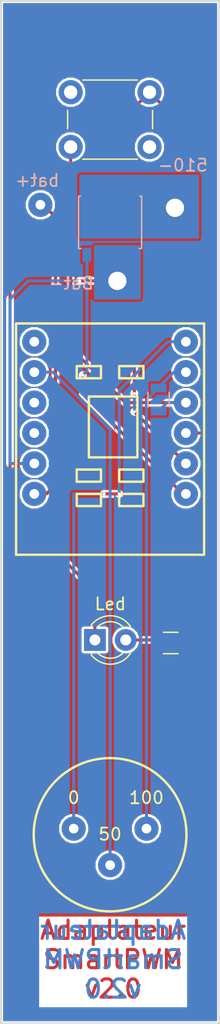
<source format=kicad_pcb>
(kicad_pcb (version 4) (host pcbnew 4.0.5)

  (general
    (links 0)
    (no_connects 0)
    (area 106.924999 49.924999 125.075001 134.075001)
    (thickness 1.6)
    (drawings 42)
    (tracks 199)
    (zones 0)
    (modules 29)
    (nets 1)
  )

  (page A4)
  (layers
    (0 F.Cu signal)
    (31 B.Cu signal)
    (32 B.Adhes user)
    (33 F.Adhes user)
    (34 B.Paste user)
    (35 F.Paste user)
    (36 B.SilkS user)
    (37 F.SilkS user)
    (38 B.Mask user)
    (39 F.Mask user)
    (40 Dwgs.User user)
    (41 Cmts.User user)
    (42 Eco1.User user)
    (43 Eco2.User user)
    (44 Edge.Cuts user)
    (45 Margin user)
    (46 B.CrtYd user)
    (47 F.CrtYd user)
    (48 B.Fab user)
    (49 F.Fab user)
  )

  (setup
    (last_trace_width 0.25)
    (trace_clearance 0.2)
    (zone_clearance 0.1)
    (zone_45_only no)
    (trace_min 0.2)
    (segment_width 0.2)
    (edge_width 0.15)
    (via_size 0.6)
    (via_drill 0.4)
    (via_min_size 0.4)
    (via_min_drill 0.3)
    (uvia_size 0.3)
    (uvia_drill 0.1)
    (uvias_allowed no)
    (uvia_min_size 0.2)
    (uvia_min_drill 0.1)
    (pcb_text_width 0.3)
    (pcb_text_size 1.5 1.5)
    (mod_edge_width 0.15)
    (mod_text_size 1 1)
    (mod_text_width 0.15)
    (pad_size 0.7 1.3)
    (pad_drill 0)
    (pad_to_mask_clearance 0.2)
    (aux_axis_origin 0 0)
    (visible_elements FFFFFF7F)
    (pcbplotparams
      (layerselection 0x00030_80000001)
      (usegerberextensions false)
      (excludeedgelayer true)
      (linewidth 0.100000)
      (plotframeref false)
      (viasonmask false)
      (mode 1)
      (useauxorigin false)
      (hpglpennumber 1)
      (hpglpenspeed 20)
      (hpglpendiameter 15)
      (hpglpenoverlay 2)
      (psnegative false)
      (psa4output false)
      (plotreference true)
      (plotvalue true)
      (plotinvisibletext false)
      (padsonsilk false)
      (subtractmaskfromsilk false)
      (outputformat 1)
      (mirror false)
      (drillshape 1)
      (scaleselection 1)
      (outputdirectory ""))
  )

  (net 0 "")

  (net_class Default "Ceci est la Netclass par défaut"
    (clearance 0.2)
    (trace_width 0.25)
    (via_dia 0.6)
    (via_drill 0.4)
    (uvia_dia 0.3)
    (uvia_drill 0.1)
  )

  (module Wire_Pads:SolderWirePad_single_0-8mmDrill (layer B.Cu) (tedit 58D0379B) (tstamp 58D03659)
    (at 110.25 66.75)
    (fp_text reference bat+ (at -0.25 -2) (layer B.SilkS)
      (effects (font (size 1 1) (thickness 0.15)) (justify mirror))
    )
    (fp_text value "" (at 0 -2.54) (layer B.Fab)
      (effects (font (size 1 1) (thickness 0.15)) (justify mirror))
    )
    (pad 1 thru_hole circle (at 0 0) (size 1.99898 1.99898) (drill 0.8001) (layers *.Cu *.Mask)
      (solder_mask_margin -0.1))
  )

  (module Wire_Pads:SolderWirePad_single_0-8mmDrill (layer B.Cu) (tedit 58D0378A) (tstamp 58D035C2)
    (at 121.35 67)
    (fp_text reference 510- (at 0.65 -3.5) (layer B.SilkS)
      (effects (font (size 1 1) (thickness 0.15)) (justify mirror))
    )
    (fp_text value "" (at 0 -2.54) (layer B.Fab)
      (effects (font (size 1 1) (thickness 0.15)) (justify mirror))
    )
    (pad 1 thru_hole circle (at 0 0) (size 2.3 2.3) (drill 1.5) (layers *.Cu *.Mask)
      (solder_mask_margin -0.1))
  )

  (module Wire_Pads:SolderWirePad_single_0-8mmDrill (layer F.Cu) (tedit 58D037D0) (tstamp 58D0354C)
    (at 113.5 73)
    (fp_text reference "" (at 0 -2.54) (layer F.SilkS)
      (effects (font (size 1 1) (thickness 0.15)))
    )
    (fp_text value "" (at 0 2.54) (layer F.Fab)
      (effects (font (size 1 1) (thickness 0.15)))
    )
    (pad 1 thru_hole circle (at 0 0) (size 0.25 0.25) (drill 0.25) (layers *.Cu *.Mask)
      (solder_mask_margin -0.1))
  )

  (module Wire_Pads:SolderWirePad_single_0-8mmDrill (layer F.Cu) (tedit 58D03781) (tstamp 58D034FE)
    (at 113.75 80.75)
    (fp_text reference "" (at 0 -2.54) (layer F.SilkS)
      (effects (font (size 1 1) (thickness 0.15)))
    )
    (fp_text value "" (at 0 2.54) (layer F.Fab)
      (effects (font (size 1 1) (thickness 0.15)))
    )
    (pad 1 thru_hole circle (at 0 0) (size 0.25 0.25) (drill 0.25) (layers *.Cu *.Mask)
      (solder_mask_margin -0.1))
  )

  (module Wire_Pads:SolderWirePad_single_0-8mmDrill (layer F.Cu) (tedit 58D03772) (tstamp 58D03498)
    (at 118 83.75)
    (fp_text reference "" (at 0 -2.54) (layer F.SilkS)
      (effects (font (size 1 1) (thickness 0.15)))
    )
    (fp_text value "" (at 0 2.54) (layer F.Fab)
      (effects (font (size 1 1) (thickness 0.15)))
    )
    (pad 1 thru_hole circle (at 0 0) (size 0.25 0.25) (drill 0.25) (layers *.Cu *.Mask)
      (solder_mask_margin -0.1))
  )

  (module Wire_Pads:SolderWirePad_single_0-8mmDrill (layer F.Cu) (tedit 58D0377A) (tstamp 58D03493)
    (at 118 82.25)
    (fp_text reference "" (at 0 -2.54) (layer F.SilkS)
      (effects (font (size 1 1) (thickness 0.15)))
    )
    (fp_text value "" (at 0 2.54) (layer F.Fab)
      (effects (font (size 1 1) (thickness 0.15)))
    )
    (pad 1 thru_hole circle (at 0 0) (size 0.25 0.25) (drill 0.25) (layers *.Cu *.Mask)
      (solder_mask_margin -0.1))
  )

  (module Wire_Pads:SolderWirePad_single_0-8mmDrill (layer F.Cu) (tedit 58D03763) (tstamp 58D0339C)
    (at 115.5 90.5)
    (fp_text reference "" (at 0 -2.54) (layer F.SilkS)
      (effects (font (size 1 1) (thickness 0.15)))
    )
    (fp_text value "" (at 0 2.54) (layer F.Fab)
      (effects (font (size 1 1) (thickness 0.15)))
    )
    (pad 1 thru_hole circle (at 0 0) (size 0.25 0.25) (drill 0.25) (layers *.Cu *.Mask)
      (solder_mask_margin -0.1))
  )

  (module Wire_Pads:SolderWirePad_single_0-8mmDrill (layer F.Cu) (tedit 58D036F4) (tstamp 58D0303A)
    (at 113 118)
    (fp_text reference 0 (at 0 -2.54) (layer F.SilkS)
      (effects (font (size 1 1) (thickness 0.15)))
    )
    (fp_text value "" (at 0 2.54) (layer F.Fab)
      (effects (font (size 1 1) (thickness 0.15)))
    )
    (pad 1 thru_hole circle (at 0 0) (size 1.99898 1.99898) (drill 0.8001) (layers *.Cu *.Mask)
      (solder_mask_margin -0.1))
  )

  (module Wire_Pads:SolderWirePad_single_0-8mmDrill (layer F.Cu) (tedit 58D036EC) (tstamp 58D03034)
    (at 119 118)
    (fp_text reference 100 (at 0 -2.54) (layer F.SilkS)
      (effects (font (size 1 1) (thickness 0.15)))
    )
    (fp_text value "" (at 0 2.54) (layer F.Fab)
      (effects (font (size 1 1) (thickness 0.15)))
    )
    (pad 1 thru_hole circle (at 0 0) (size 1.99898 1.99898) (drill 0.8001) (layers *.Cu *.Mask)
      (solder_mask_margin -0.1))
  )

  (module Wire_Pads:SolderWirePad_single_0-8mmDrill (layer F.Cu) (tedit 58D03721) (tstamp 58D01BDF)
    (at 122.25 78)
    (fp_text reference "" (at 0 -2.54) (layer F.SilkS)
      (effects (font (size 1 1) (thickness 0.15)))
    )
    (fp_text value "" (at 0 2.54) (layer F.Fab)
      (effects (font (size 1 1) (thickness 0.15)))
    )
    (pad 1 thru_hole circle (at 0 0) (size 1.99898 1.99898) (drill 0.8001) (layers *.Cu *.Mask)
      (solder_mask_margin -0.1))
  )

  (module Wire_Pads:SolderWirePad_single_0-8mmDrill (layer F.Cu) (tedit 58D0371C) (tstamp 58D01BA1)
    (at 122.25 80.5)
    (fp_text reference "" (at 0 -2.54) (layer F.SilkS)
      (effects (font (size 1 1) (thickness 0.15)))
    )
    (fp_text value "" (at 0 2.54) (layer F.Fab)
      (effects (font (size 1 1) (thickness 0.15)))
    )
    (pad 1 thru_hole circle (at 0 0) (size 1.99898 1.99898) (drill 0.8001) (layers *.Cu *.Mask)
      (solder_mask_margin -0.1))
  )

  (module Wire_Pads:SolderWirePad_single_0-8mmDrill (layer F.Cu) (tedit 58D03717) (tstamp 58D01B9D)
    (at 122.25 83)
    (fp_text reference "" (at 0 -2.54) (layer F.SilkS)
      (effects (font (size 1 1) (thickness 0.15)))
    )
    (fp_text value "" (at 0 2.54) (layer F.Fab)
      (effects (font (size 1 1) (thickness 0.15)))
    )
    (pad 1 thru_hole circle (at 0 0) (size 1.99898 1.99898) (drill 0.8001) (layers *.Cu *.Mask)
      (solder_mask_margin -0.1))
  )

  (module Wire_Pads:SolderWirePad_single_0-8mmDrill (layer F.Cu) (tedit 58D03711) (tstamp 58D01B99)
    (at 122.25 85.5)
    (fp_text reference "" (at 0 -2.54) (layer F.SilkS)
      (effects (font (size 1 1) (thickness 0.15)))
    )
    (fp_text value "" (at 0 2.54) (layer F.Fab)
      (effects (font (size 1 1) (thickness 0.15)))
    )
    (pad 1 thru_hole circle (at 0 0) (size 1.99898 1.99898) (drill 0.8001) (layers *.Cu *.Mask)
      (solder_mask_margin -0.1))
  )

  (module Wire_Pads:SolderWirePad_single_0-8mmDrill (layer F.Cu) (tedit 58D03708) (tstamp 58D01B95)
    (at 122.25 88)
    (fp_text reference "" (at 0 -2.54) (layer F.SilkS)
      (effects (font (size 1 1) (thickness 0.15)))
    )
    (fp_text value "" (at 0 2.54) (layer F.Fab)
      (effects (font (size 1 1) (thickness 0.15)))
    )
    (pad 1 thru_hole circle (at 0 0) (size 1.99898 1.99898) (drill 0.8001) (layers *.Cu *.Mask)
      (solder_mask_margin -0.1))
  )

  (module Wire_Pads:SolderWirePad_single_0-8mmDrill (layer F.Cu) (tedit 58D03703) (tstamp 58D01B91)
    (at 122.25 90.5)
    (fp_text reference "" (at 0 -2.54) (layer F.SilkS)
      (effects (font (size 1 1) (thickness 0.15)))
    )
    (fp_text value "" (at 0 2.54) (layer F.Fab)
      (effects (font (size 1 1) (thickness 0.15)))
    )
    (pad 1 thru_hole circle (at 0 0) (size 1.99898 1.99898) (drill 0.8001) (layers *.Cu *.Mask)
      (solder_mask_margin -0.1))
  )

  (module Wire_Pads:SolderWirePad_single_0-8mmDrill (layer F.Cu) (tedit 58D0374A) (tstamp 58D01B8D)
    (at 109.75 90.5)
    (fp_text reference "" (at 0 -2.54) (layer F.SilkS)
      (effects (font (size 1 1) (thickness 0.15)))
    )
    (fp_text value "" (at 0 2.54) (layer F.Fab)
      (effects (font (size 1 1) (thickness 0.15)))
    )
    (pad 1 thru_hole circle (at 0 0) (size 1.99898 1.99898) (drill 0.8001) (layers *.Cu *.Mask)
      (solder_mask_margin -0.1))
  )

  (module Wire_Pads:SolderWirePad_single_0-8mmDrill (layer F.Cu) (tedit 58D03742) (tstamp 58D01B88)
    (at 109.75 88)
    (fp_text reference "" (at 0 -2.54) (layer F.SilkS)
      (effects (font (size 1 1) (thickness 0.15)))
    )
    (fp_text value "" (at 0 2.54) (layer F.Fab)
      (effects (font (size 1 1) (thickness 0.15)))
    )
    (pad 1 thru_hole circle (at 0 0) (size 1.99898 1.99898) (drill 0.8001) (layers *.Cu *.Mask)
      (solder_mask_margin -0.1))
  )

  (module Wire_Pads:SolderWirePad_single_0-8mmDrill (layer F.Cu) (tedit 58D0373B) (tstamp 58D01B83)
    (at 109.75 85.5)
    (fp_text reference "" (at 0 -2.54) (layer F.SilkS)
      (effects (font (size 1 1) (thickness 0.15)))
    )
    (fp_text value "" (at 0 2.54) (layer F.Fab)
      (effects (font (size 1 1) (thickness 0.15)))
    )
    (pad 1 thru_hole circle (at 0 0) (size 1.99898 1.99898) (drill 0.8001) (layers *.Cu *.Mask)
      (solder_mask_margin -0.1))
  )

  (module Wire_Pads:SolderWirePad_single_0-8mmDrill (layer F.Cu) (tedit 58D03733) (tstamp 58D01B7E)
    (at 109.75 83)
    (fp_text reference "" (at 0 -2.54) (layer F.SilkS)
      (effects (font (size 1 1) (thickness 0.15)))
    )
    (fp_text value "" (at 0 2.54) (layer F.Fab)
      (effects (font (size 1 1) (thickness 0.15)))
    )
    (pad 1 thru_hole circle (at 0 0) (size 1.99898 1.99898) (drill 0.8001) (layers *.Cu *.Mask)
      (solder_mask_margin -0.1))
  )

  (module Wire_Pads:SolderWirePad_single_0-8mmDrill (layer F.Cu) (tedit 58D0372E) (tstamp 58D01B79)
    (at 109.75 80.5)
    (fp_text reference "" (at 0 -2.54) (layer F.SilkS)
      (effects (font (size 1 1) (thickness 0.15)))
    )
    (fp_text value "" (at 0 2.54) (layer F.Fab)
      (effects (font (size 1 1) (thickness 0.15)))
    )
    (pad 1 thru_hole circle (at 0 0) (size 1.99898 1.99898) (drill 0.8001) (layers *.Cu *.Mask)
      (solder_mask_margin -0.1))
  )

  (module Wire_Pads:SolderWirePad_single_0-8mmDrill (layer F.Cu) (tedit 58D03728) (tstamp 58D01B62)
    (at 109.75 78)
    (fp_text reference "" (at 0 -2.54) (layer F.SilkS)
      (effects (font (size 1 1) (thickness 0.15)))
    )
    (fp_text value "" (at 0 2.54) (layer F.Fab)
      (effects (font (size 1 1) (thickness 0.15)))
    )
    (pad 1 thru_hole circle (at 0 0) (size 1.99898 1.99898) (drill 0.8001) (layers *.Cu *.Mask)
      (solder_mask_margin -0.1))
  )

  (module Resistors_SMD:R_0805 (layer B.Cu) (tedit 58D037DF) (tstamp 58D01C5A)
    (at 120 82.75 270)
    (descr "Resistor SMD 0805, reflow soldering, Vishay (see dcrcw.pdf)")
    (tags "resistor 0805")
    (attr smd)
    (fp_text reference "" (at 0 1.65 270) (layer B.SilkS)
      (effects (font (size 1 1) (thickness 0.15)) (justify mirror))
    )
    (fp_text value "" (at 0 -1.75 270) (layer B.Fab)
      (effects (font (size 1 1) (thickness 0.15)) (justify mirror))
    )
    (fp_line (start -1 -0.62) (end -1 0.62) (layer B.Fab) (width 0.1))
    (fp_line (start 1 -0.62) (end -1 -0.62) (layer B.Fab) (width 0.1))
    (fp_line (start 1 0.62) (end 1 -0.62) (layer B.Fab) (width 0.1))
    (fp_line (start -1 0.62) (end 1 0.62) (layer B.Fab) (width 0.1))
    (fp_line (start 0.6 -0.88) (end -0.6 -0.88) (layer B.SilkS) (width 0.12))
    (fp_line (start -0.6 0.88) (end 0.6 0.88) (layer B.SilkS) (width 0.12))
    (fp_line (start -1.55 0.9) (end 1.55 0.9) (layer B.CrtYd) (width 0.05))
    (fp_line (start -1.55 0.9) (end -1.55 -0.9) (layer B.CrtYd) (width 0.05))
    (fp_line (start 1.55 -0.9) (end 1.55 0.9) (layer B.CrtYd) (width 0.05))
    (fp_line (start 1.55 -0.9) (end -1.55 -0.9) (layer B.CrtYd) (width 0.05))
    (pad 1 smd rect (at -0.95 0 270) (size 0.7 1.3) (layers B.Cu B.Paste B.Mask)
      (solder_mask_margin -0.1))
    (pad 2 smd rect (at 0.95 0 270) (size 0.7 1.3) (layers B.Cu B.Paste B.Mask)
      (solder_mask_margin -0.1))
    (model Resistors_SMD.3dshapes/R_0805.wrl
      (at (xyz 0 0 0))
      (scale (xyz 1 1 1))
      (rotate (xyz 0 0 0))
    )
  )

  (module TO_SOT_Packages_SMD:SOT-669_LFPAK (layer B.Cu) (tedit 58D01FAD) (tstamp 58D01F83)
    (at 116 68 90)
    (descr "LFPAK www.nxp.com/documents/leaflet/939775016838_LR.pdf")
    (tags "LFPAK SOT-669 Power-SO8")
    (solder_mask_margin 0.07)
    (solder_paste_margin -0.05)
    (attr smd)
    (fp_text reference "" (at -0.27 3.48 90) (layer B.SilkS)
      (effects (font (size 1 1) (thickness 0.15)) (justify mirror))
    )
    (fp_text value "" (at -0.27 -3.52 90) (layer B.Fab)
      (effects (font (size 1 1) (thickness 0.15)) (justify mirror))
    )
    (fp_text user %R (at -0.04 0 90) (layer B.Fab)
      (effects (font (size 1 1) (thickness 0.15)) (justify mirror))
    )
    (fp_line (start -2.34 -2.4) (end -2.34 -2.6) (layer B.SilkS) (width 0.12))
    (fp_line (start -2.34 -2.6) (end 1.96 -2.6) (layer B.SilkS) (width 0.12))
    (fp_line (start 1.96 -2.6) (end 1.96 -2.45) (layer B.SilkS) (width 0.12))
    (fp_line (start 1.96 2.45) (end 1.96 2.6) (layer B.SilkS) (width 0.12))
    (fp_line (start 1.96 2.6) (end -2.34 2.6) (layer B.SilkS) (width 0.12))
    (fp_line (start -2.34 2.6) (end -2.34 2.4) (layer B.SilkS) (width 0.12))
    (fp_line (start -2.24 -1.7) (end -3.24 -1.7) (layer B.Fab) (width 0.1))
    (fp_line (start -3.24 -1.7) (end -3.24 -2.15) (layer B.Fab) (width 0.1))
    (fp_line (start -3.24 -2.15) (end -2.24 -2.15) (layer B.Fab) (width 0.1))
    (fp_line (start -2.24 -0.4) (end -3.24 -0.4) (layer B.Fab) (width 0.1))
    (fp_line (start -3.24 -0.4) (end -3.24 -0.85) (layer B.Fab) (width 0.1))
    (fp_line (start -3.24 -0.85) (end -2.24 -0.85) (layer B.Fab) (width 0.1))
    (fp_line (start -2.24 0.85) (end -3.24 0.85) (layer B.Fab) (width 0.1))
    (fp_line (start -3.24 0.85) (end -3.24 0.4) (layer B.Fab) (width 0.1))
    (fp_line (start -3.24 0.4) (end -2.24 0.4) (layer B.Fab) (width 0.1))
    (fp_line (start -3.24 2.15) (end -3.24 1.65) (layer B.Fab) (width 0.1))
    (fp_line (start -3.24 2.15) (end -2.24 2.15) (layer B.Fab) (width 0.1))
    (fp_line (start -3.24 1.65) (end -2.24 1.65) (layer B.Fab) (width 0.1))
    (fp_line (start 3.16 2.2) (end 3.16 -2.2) (layer B.Fab) (width 0.1))
    (fp_line (start 3.16 -2.2) (end 1.86 -2.2) (layer B.Fab) (width 0.1))
    (fp_line (start 3.16 2.2) (end 1.86 2.2) (layer B.Fab) (width 0.1))
    (fp_line (start 1.86 2.5) (end -2.24 2.5) (layer B.Fab) (width 0.1))
    (fp_line (start -2.24 2.5) (end -2.24 -2.5) (layer B.Fab) (width 0.1))
    (fp_line (start -2.24 -2.5) (end 1.86 -2.5) (layer B.Fab) (width 0.1))
    (fp_line (start 1.86 -2.5) (end 1.86 2.5) (layer B.Fab) (width 0.1))
    (fp_line (start 3.64 2.75) (end 3.64 -2.75) (layer B.CrtYd) (width 0.05))
    (fp_line (start 3.64 2.75) (end -3.69 2.75) (layer B.CrtYd) (width 0.05))
    (fp_line (start -3.69 -2.75) (end 3.64 -2.75) (layer B.CrtYd) (width 0.05))
    (fp_line (start -3.69 -2.75) (end -3.69 2.75) (layer B.CrtYd) (width 0.05))
    (pad 5 smd rect (at 0.16 1.15 90) (size 0.6 0.9) (layers B.Cu B.Paste B.Mask))
    (pad 5 smd rect (at -0.69 1.15 90) (size 0.6 0.9) (layers B.Cu B.Paste B.Mask))
    (pad 5 smd rect (at 1.01 1.15 90) (size 0.6 0.9) (layers B.Cu B.Paste B.Mask))
    (pad 5 smd rect (at 0.16 -1.15 90) (size 0.6 0.9) (layers B.Cu B.Paste B.Mask))
    (pad 5 smd rect (at -0.69 -1.15 90) (size 0.6 0.9) (layers B.Cu B.Paste B.Mask))
    (pad 5 smd rect (at 1.01 -1.15 90) (size 0.6 0.9) (layers B.Cu B.Paste B.Mask))
    (pad 5 smd rect (at 1.01 0 90) (size 0.6 0.9) (layers B.Cu B.Paste B.Mask))
    (pad 5 smd rect (at -0.69 0 90) (size 0.6 0.9) (layers B.Cu B.Paste B.Mask))
    (pad 5 smd rect (at 2.86 1.88 180) (size 0.6 0.9) (layers B.Cu B.Paste B.Mask))
    (pad 5 smd rect (at 2.86 -1.88 180) (size 0.6 0.9) (layers B.Cu B.Paste B.Mask))
    (pad 5 smd rect (at 2.86 0.6 180) (size 0.6 0.9) (layers B.Cu B.Paste B.Mask))
    (pad 2 smd rect (at -2.86 0.64 180) (size 0.7 1.15) (layers B.Cu B.Paste B.Mask)
      (solder_mask_margin 0.07) (solder_paste_margin -0.05))
    (pad 1 smd rect (at -2.86 1.91 180) (size 0.7 1.15) (layers B.Cu B.Paste B.Mask)
      (solder_mask_margin 0.07) (solder_paste_margin -0.05))
    (pad 3 smd rect (at -2.86 -0.64 180) (size 0.7 1.15) (layers B.Cu B.Paste B.Mask)
      (solder_mask_margin 0.07) (solder_paste_margin -0.05))
    (pad 5 smd rect (at 2.61 0 180) (size 4.7 1.55) (layers B.Cu B.Paste B.Mask)
      (solder_mask_margin 0.07))
    (pad 5 smd rect (at 0.41 0 180) (size 4.2 3.3) (layers B.Cu B.Paste B.Mask)
      (solder_mask_margin 0.07))
    (pad 4 smd rect (at -2.86 -1.91 180) (size 0.7 1.15) (layers B.Cu B.Paste B.Mask)
      (solder_mask_margin 0.07) (solder_paste_margin -0.05))
    (pad 5 smd rect (at 2.86 -0.6 180) (size 0.6 0.9) (layers B.Cu B.Paste B.Mask))
    (pad 5 smd rect (at 0.16 0 90) (size 0.6 0.9) (layers B.Cu B.Paste B.Mask))
    (model ${KISYS3DMOD}/TO_SOT_Packages_SMD.3dshapes/SOT-669_LFPAK.wrl
      (at (xyz -0.01 0 0))
      (scale (xyz 0.39 0.39 0.39))
      (rotate (xyz 0 0 90))
    )
  )

  (module Buttons_Switches_THT:SW_PUSH_6mm_h5mm (layer F.Cu) (tedit 58D037B4) (tstamp 58D021C9)
    (at 112.75 57.5)
    (descr "tactile push button, 6x6mm e.g. PHAP33xx series, height=5mm")
    (tags "tact sw push 6mm")
    (fp_text reference "" (at 3.25 -2) (layer F.SilkS)
      (effects (font (size 1 1) (thickness 0.15)))
    )
    (fp_text value "" (at 3.75 6.7) (layer F.Fab)
      (effects (font (size 1 1) (thickness 0.15)))
    )
    (fp_line (start 3.25 -0.75) (end 6.25 -0.75) (layer F.Fab) (width 0.1))
    (fp_line (start 6.25 -0.75) (end 6.25 5.25) (layer F.Fab) (width 0.1))
    (fp_line (start 6.25 5.25) (end 0.25 5.25) (layer F.Fab) (width 0.1))
    (fp_line (start 0.25 5.25) (end 0.25 -0.75) (layer F.Fab) (width 0.1))
    (fp_line (start 0.25 -0.75) (end 3.25 -0.75) (layer F.Fab) (width 0.1))
    (fp_line (start 7.75 6) (end 8 6) (layer F.CrtYd) (width 0.05))
    (fp_line (start 8 6) (end 8 5.75) (layer F.CrtYd) (width 0.05))
    (fp_line (start 7.75 -1.5) (end 8 -1.5) (layer F.CrtYd) (width 0.05))
    (fp_line (start 8 -1.5) (end 8 -1.25) (layer F.CrtYd) (width 0.05))
    (fp_line (start -1.5 -1.25) (end -1.5 -1.5) (layer F.CrtYd) (width 0.05))
    (fp_line (start -1.5 -1.5) (end -1.25 -1.5) (layer F.CrtYd) (width 0.05))
    (fp_line (start -1.5 5.75) (end -1.5 6) (layer F.CrtYd) (width 0.05))
    (fp_line (start -1.5 6) (end -1.25 6) (layer F.CrtYd) (width 0.05))
    (fp_line (start -1.25 -1.5) (end 7.75 -1.5) (layer F.CrtYd) (width 0.05))
    (fp_line (start -1.5 5.75) (end -1.5 -1.25) (layer F.CrtYd) (width 0.05))
    (fp_line (start 7.75 6) (end -1.25 6) (layer F.CrtYd) (width 0.05))
    (fp_line (start 8 -1.25) (end 8 5.75) (layer F.CrtYd) (width 0.05))
    (fp_line (start 1 5.5) (end 5.5 5.5) (layer F.SilkS) (width 0.12))
    (fp_line (start -0.25 1.5) (end -0.25 3) (layer F.SilkS) (width 0.12))
    (fp_line (start 5.5 -1) (end 1 -1) (layer F.SilkS) (width 0.12))
    (fp_line (start 6.75 3) (end 6.75 1.5) (layer F.SilkS) (width 0.12))
    (fp_circle (center 3.25 2.25) (end 1.25 2.5) (layer F.Fab) (width 0.1))
    (pad 2 thru_hole circle (at 0 4.5 90) (size 2 2) (drill 1.1) (layers *.Cu *.Mask)
      (solder_mask_margin -0.1))
    (pad 1 thru_hole circle (at 0 0 90) (size 2 2) (drill 1.1) (layers *.Cu *.Mask)
      (solder_mask_margin -0.1))
    (pad 2 thru_hole circle (at 6.5 4.5 90) (size 2 2) (drill 1.1) (layers *.Cu *.Mask)
      (solder_mask_margin -0.1))
    (pad 1 thru_hole circle (at 6.5 0 90) (size 2 2) (drill 1.1) (layers *.Cu *.Mask)
      (solder_mask_margin -0.1))
    (model Buttons_Switches_THT.3dshapes/SW_PUSH_6mm_h5mm.wrl
      (at (xyz 0.005 0 0))
      (scale (xyz 0.3937 0.3937 0.3937))
      (rotate (xyz 0 0 0))
    )
  )

  (module Wire_Pads:SolderWirePad_single_0-8mmDrill (layer F.Cu) (tedit 58D036FA) (tstamp 58D03005)
    (at 116 121)
    (fp_text reference 50 (at 0 -2.54) (layer F.SilkS)
      (effects (font (size 1 1) (thickness 0.15)))
    )
    (fp_text value "" (at 0 2.54) (layer F.Fab)
      (effects (font (size 1 1) (thickness 0.15)))
    )
    (pad 1 thru_hole circle (at 0 0) (size 1.99898 1.99898) (drill 0.8001) (layers *.Cu *.Mask)
      (solder_mask_margin -0.1))
  )

  (module Wire_Pads:SolderWirePad_single_0-8mmDrill (layer B.Cu) (tedit 58D03795) (tstamp 58D031E0)
    (at 116.6 73)
    (fp_text reference Bat- (at -3.8 0.2) (layer B.SilkS)
      (effects (font (size 1 1) (thickness 0.15)) (justify mirror))
    )
    (fp_text value "" (at 0 -2.54) (layer B.Fab)
      (effects (font (size 1 1) (thickness 0.15)) (justify mirror))
    )
    (pad 1 thru_hole circle (at 0 0) (size 2.3 2.3) (drill 1.5) (layers *.Cu *.Mask)
      (solder_mask_margin -0.1))
  )

  (module Wire_Pads:SolderWirePad_single_0-8mmDrill (layer F.Cu) (tedit 58D03769) (tstamp 58D0337E)
    (at 116.75 90.5)
    (fp_text reference "" (at 0 -2.54) (layer F.SilkS)
      (effects (font (size 1 1) (thickness 0.15)))
    )
    (fp_text value "" (at 0 2.54) (layer F.Fab)
      (effects (font (size 1 1) (thickness 0.15)))
    )
    (pad 1 thru_hole circle (at 0 0) (size 0.25 0.25) (drill 0.25) (layers *.Cu *.Mask)
      (solder_mask_margin -0.1))
  )

  (module LEDs:LED_D3.0mm_FlatTop (layer F.Cu) (tedit 58D036E1) (tstamp 58D036AF)
    (at 114.75 102.5)
    (descr "LED, Round, FlatTop, diameter 3.0mm, 2 pins, http://www.kingbright.com/attachments/file/psearch/000/00/00/L-47XEC(Ver.9A).pdf")
    (tags "LED Round FlatTop diameter 3.0mm 2 pins")
    (fp_text reference Led (at 1.27 -2.96) (layer F.SilkS)
      (effects (font (size 1 1) (thickness 0.15)))
    )
    (fp_text value "" (at 1.27 2.96) (layer F.Fab)
      (effects (font (size 1 1) (thickness 0.15)))
    )
    (fp_arc (start 1.27 0) (end -0.23 -1.16619) (angle 284.3) (layer F.Fab) (width 0.1))
    (fp_arc (start 1.27 0) (end -0.29 -1.235516) (angle 108.8) (layer F.SilkS) (width 0.12))
    (fp_arc (start 1.27 0) (end -0.29 1.235516) (angle -108.8) (layer F.SilkS) (width 0.12))
    (fp_arc (start 1.27 0) (end 0.229039 -1.08) (angle 87.9) (layer F.SilkS) (width 0.12))
    (fp_arc (start 1.27 0) (end 0.229039 1.08) (angle -87.9) (layer F.SilkS) (width 0.12))
    (fp_circle (center 1.27 0) (end 2.77 0) (layer F.Fab) (width 0.1))
    (fp_line (start -0.23 -1.16619) (end -0.23 1.16619) (layer F.Fab) (width 0.1))
    (fp_line (start -0.29 -1.236) (end -0.29 -1.08) (layer F.SilkS) (width 0.12))
    (fp_line (start -0.29 1.08) (end -0.29 1.236) (layer F.SilkS) (width 0.12))
    (fp_line (start -1.15 -2.25) (end -1.15 2.25) (layer F.CrtYd) (width 0.05))
    (fp_line (start -1.15 2.25) (end 3.7 2.25) (layer F.CrtYd) (width 0.05))
    (fp_line (start 3.7 2.25) (end 3.7 -2.25) (layer F.CrtYd) (width 0.05))
    (fp_line (start 3.7 -2.25) (end -1.15 -2.25) (layer F.CrtYd) (width 0.05))
    (pad 1 thru_hole rect (at 0 0) (size 1.8 1.8) (drill 0.9) (layers *.Cu *.Mask)
      (solder_mask_margin -0.1))
    (pad 2 thru_hole circle (at 2.54 0) (size 1.8 1.8) (drill 0.9) (layers *.Cu *.Mask)
      (solder_mask_margin -0.1))
    (model LEDs.3dshapes/LED_D3.0mm_FlatTop.wrl
      (at (xyz 0 0 0))
      (scale (xyz 0.393701 0.393701 0.393701))
      (rotate (xyz 0 0 0))
    )
  )

  (module Resistors_SMD:R_0805 (layer F.Cu) (tedit 58D038FB) (tstamp 58D0383E)
    (at 121 102.75)
    (descr "Resistor SMD 0805, reflow soldering, Vishay (see dcrcw.pdf)")
    (tags "resistor 0805")
    (attr smd)
    (fp_text reference "" (at 0 -1.65) (layer F.SilkS)
      (effects (font (size 1 1) (thickness 0.15)))
    )
    (fp_text value "" (at 0 1.75) (layer F.Fab)
      (effects (font (size 1 1) (thickness 0.15)))
    )
    (fp_text user %R (at 0 -1.65) (layer F.Fab)
      (effects (font (size 1 1) (thickness 0.15)))
    )
    (fp_line (start -1 0.62) (end -1 -0.62) (layer F.Fab) (width 0.1))
    (fp_line (start 1 0.62) (end -1 0.62) (layer F.Fab) (width 0.1))
    (fp_line (start 1 -0.62) (end 1 0.62) (layer F.Fab) (width 0.1))
    (fp_line (start -1 -0.62) (end 1 -0.62) (layer F.Fab) (width 0.1))
    (fp_line (start 0.6 0.88) (end -0.6 0.88) (layer F.SilkS) (width 0.12))
    (fp_line (start -0.6 -0.88) (end 0.6 -0.88) (layer F.SilkS) (width 0.12))
    (fp_line (start -1.55 -0.9) (end 1.55 -0.9) (layer F.CrtYd) (width 0.05))
    (fp_line (start -1.55 -0.9) (end -1.55 0.9) (layer F.CrtYd) (width 0.05))
    (fp_line (start 1.55 0.9) (end 1.55 -0.9) (layer F.CrtYd) (width 0.05))
    (fp_line (start 1.55 0.9) (end -1.55 0.9) (layer F.CrtYd) (width 0.05))
    (pad 1 smd rect (at -0.95 0) (size 0.7 1.3) (layers F.Cu F.Paste F.Mask)
      (solder_mask_margin -0.1))
    (pad 2 smd rect (at 0.95 0) (size 0.7 1.3) (layers F.Cu F.Paste F.Mask)
      (solder_mask_margin -0.1))
    (model Resistors_SMD.3dshapes/R_0805.wrl
      (at (xyz 0 0 0))
      (scale (xyz 1 1 1))
      (rotate (xyz 0 0 0))
    )
  )

  (gr_text "Adaptateur\nSmartPWM\nv2.0" (at 116.25 128.75) (layer F.Cu)
    (effects (font (size 1.5 1.5) (thickness 0.25)))
  )
  (gr_text "Adaptateur\nSmartPWM\nv2.0" (at 116.25 128.75) (layer B.Cu)
    (effects (font (size 1.5 1.5) (thickness 0.25)) (justify mirror))
  )
  (gr_circle (center 116 118.5) (end 122.25 117.75) (layer F.SilkS) (width 0.2))
  (gr_line (start 107 134) (end 107 133) (angle 90) (layer Edge.Cuts) (width 0.15))
  (gr_line (start 125 134) (end 107 134) (angle 90) (layer Edge.Cuts) (width 0.15))
  (gr_line (start 125 50) (end 125 134) (angle 90) (layer Edge.Cuts) (width 0.15))
  (gr_line (start 107 50) (end 125 50) (angle 90) (layer Edge.Cuts) (width 0.15))
  (gr_line (start 107 92) (end 107 50) (angle 90) (layer Edge.Cuts) (width 0.15))
  (gr_line (start 107 134) (end 107 92) (angle 90) (layer Edge.Cuts) (width 0.15))
  (gr_line (start 118.75 90.5) (end 116.75 90.5) (angle 90) (layer F.SilkS) (width 0.2))
  (gr_line (start 118.75 91.5) (end 118.75 90.5) (angle 90) (layer F.SilkS) (width 0.2))
  (gr_line (start 116.75 91.5) (end 118.75 91.5) (angle 90) (layer F.SilkS) (width 0.2))
  (gr_line (start 116.75 90.5) (end 116.75 91.5) (angle 90) (layer F.SilkS) (width 0.2))
  (gr_line (start 115.25 90.5) (end 113.25 90.5) (angle 90) (layer F.SilkS) (width 0.2))
  (gr_line (start 115.25 91.5) (end 115.25 90.5) (angle 90) (layer F.SilkS) (width 0.2))
  (gr_line (start 113.25 91.5) (end 115.25 91.5) (angle 90) (layer F.SilkS) (width 0.2))
  (gr_line (start 113.25 90.5) (end 113.25 91.5) (angle 90) (layer F.SilkS) (width 0.2))
  (gr_line (start 118.75 88.5) (end 116.75 88.5) (angle 90) (layer F.SilkS) (width 0.2))
  (gr_line (start 118.75 89.5) (end 118.75 88.5) (angle 90) (layer F.SilkS) (width 0.2))
  (gr_line (start 116.75 89.5) (end 118.75 89.5) (angle 90) (layer F.SilkS) (width 0.2))
  (gr_line (start 116.75 88.5) (end 116.75 89.5) (angle 90) (layer F.SilkS) (width 0.2))
  (gr_line (start 113.25 89.5) (end 113.25 88.5) (angle 90) (layer F.SilkS) (width 0.2))
  (gr_line (start 115.25 89.5) (end 113.25 89.5) (angle 90) (layer F.SilkS) (width 0.2))
  (gr_line (start 115.25 88.5) (end 115.25 89.5) (angle 90) (layer F.SilkS) (width 0.2))
  (gr_line (start 113.25 88.5) (end 115.25 88.5) (angle 90) (layer F.SilkS) (width 0.2))
  (gr_line (start 116.75 81) (end 118.75 81) (angle 90) (layer F.SilkS) (width 0.2))
  (gr_line (start 116.75 80) (end 116.75 81) (angle 90) (layer F.SilkS) (width 0.2))
  (gr_line (start 118.75 80) (end 116.75 80) (angle 90) (layer F.SilkS) (width 0.2))
  (gr_line (start 118.75 81) (end 118.75 80) (angle 90) (layer F.SilkS) (width 0.2))
  (gr_line (start 115.25 81) (end 113.25 81) (angle 90) (layer F.SilkS) (width 0.2))
  (gr_line (start 113.25 80) (end 115.25 80) (angle 90) (layer F.SilkS) (width 0.2))
  (gr_line (start 115.25 80) (end 115.25 81) (angle 90) (layer F.SilkS) (width 0.2))
  (gr_line (start 113.25 80) (end 113.25 81) (angle 90) (layer F.SilkS) (width 0.2))
  (gr_line (start 114.25 87.5) (end 114.25 87) (angle 90) (layer F.SilkS) (width 0.2))
  (gr_line (start 118.25 87.5) (end 114.25 87.5) (angle 90) (layer F.SilkS) (width 0.2))
  (gr_line (start 118.25 82.5) (end 118.25 87.5) (angle 90) (layer F.SilkS) (width 0.2))
  (gr_line (start 114.25 82.5) (end 118.25 82.5) (angle 90) (layer F.SilkS) (width 0.2))
  (gr_line (start 114.25 87.5) (end 114.25 82.5) (angle 90) (layer F.SilkS) (width 0.2))
  (gr_line (start 123.75 76.5) (end 108.25 76.5) (angle 90) (layer F.SilkS) (width 0.2))
  (gr_line (start 123.75 95.5) (end 123.75 76.5) (angle 90) (layer F.SilkS) (width 0.2))
  (gr_line (start 108.25 95.5) (end 123.75 95.5) (angle 90) (layer F.SilkS) (width 0.2))
  (gr_line (start 108.25 76.5) (end 108.25 95.5) (angle 90) (layer F.SilkS) (width 0.2))

  (segment (start 109.5 62.75) (end 109.5 61.75) (width 0.25) (layer F.Cu) (net 0))
  (segment (start 114.75 98.5) (end 107.75 91.5) (width 0.25) (layer F.Cu) (net 0) (tstamp 58D0387C))
  (segment (start 107.75 91.5) (end 107.75 64.5) (width 0.25) (layer F.Cu) (net 0) (tstamp 58D0387E))
  (segment (start 107.75 64.5) (end 109.5 62.75) (width 0.25) (layer F.Cu) (net 0) (tstamp 58D03880))
  (segment (start 114.75 102.5) (end 114.75 98.5) (width 0.25) (layer F.Cu) (net 0) (status 400000))
  (segment (start 117 59.75) (end 119.25 57.5) (width 0.25) (layer F.Cu) (net 0) (tstamp 58D03888) (status 800000))
  (segment (start 111.5 59.75) (end 117 59.75) (width 0.25) (layer F.Cu) (net 0) (tstamp 58D03886))
  (segment (start 109.5 61.75) (end 111.5 59.75) (width 0.25) (layer F.Cu) (net 0) (tstamp 58D03884))
  (segment (start 122.25 85.5) (end 124 85.5) (width 0.25) (layer F.Cu) (net 0) (status 400000))
  (segment (start 124.25 100.45) (end 121.95 102.75) (width 0.25) (layer F.Cu) (net 0) (tstamp 58D03878) (status 800000))
  (segment (start 124.25 85.75) (end 124.25 100.45) (width 0.25) (layer F.Cu) (net 0) (tstamp 58D03877))
  (segment (start 124 85.5) (end 124.25 85.75) (width 0.25) (layer F.Cu) (net 0) (tstamp 58D03876))
  (segment (start 117.29 102.5) (end 119.8 102.5) (width 0.25) (layer F.Cu) (net 0) (status C00000))
  (segment (start 119.8 102.5) (end 120.05 102.75) (width 0.25) (layer F.Cu) (net 0) (tstamp 58D03873) (status C00000))
  (segment (start 109.75 90.5) (end 110.75 90.5) (width 0.25) (layer F.Cu) (net 0))
  (segment (start 111.5 67.75) (end 110.5 66.75) (width 0.25) (layer F.Cu) (net 0) (tstamp 58D03645))
  (segment (start 111.5 89.75) (end 111.5 67.75) (width 0.25) (layer F.Cu) (net 0) (tstamp 58D03621))
  (segment (start 110.75 90.5) (end 111.5 89.75) (width 0.25) (layer F.Cu) (net 0) (tstamp 58D0361D))
  (segment (start 121.125 73.875) (end 124 71) (width 0.25) (layer F.Cu) (net 0))
  (segment (start 121.25 59.5) (end 119.25 57.5) (width 0.25) (layer F.Cu) (net 0) (tstamp 58D0346E))
  (segment (start 122 59.5) (end 121.25 59.5) (width 0.25) (layer F.Cu) (net 0) (tstamp 58D035B2))
  (segment (start 124 61.5) (end 122 59.5) (width 0.25) (layer F.Cu) (net 0) (tstamp 58D035AE))
  (segment (start 124 71) (end 124 61.5) (width 0.25) (layer F.Cu) (net 0) (tstamp 58D035AC))
  (segment (start 113.5 73) (end 116.6 73) (width 0.25) (layer F.Cu) (net 0))
  (segment (start 109.75 88) (end 107.75 88) (width 0.25) (layer B.Cu) (net 0))
  (segment (start 109.25 73) (end 113.5 73) (width 0.25) (layer B.Cu) (net 0) (tstamp 58D0352F))
  (segment (start 107.75 74.5) (end 109.25 73) (width 0.25) (layer B.Cu) (net 0) (tstamp 58D03524))
  (segment (start 107.75 88) (end 107.75 74.5) (width 0.25) (layer B.Cu) (net 0) (tstamp 58D03521))
  (segment (start 114.09 70.86) (end 114.09 80.41) (width 0.25) (layer B.Cu) (net 0))
  (segment (start 114.09 80.41) (end 113.75 80.75) (width 0.25) (layer B.Cu) (net 0) (tstamp 58D034EE))
  (segment (start 122.25 90.5) (end 122 90.5) (width 0.25) (layer F.Cu) (net 0))
  (segment (start 122 90.5) (end 113.75 82.25) (width 0.25) (layer F.Cu) (net 0) (tstamp 58D034D3))
  (segment (start 113.75 82.25) (end 113.75 80.75) (width 0.25) (layer F.Cu) (net 0) (tstamp 58D034E2))
  (segment (start 118 82.25) (end 118 83.75) (width 0.25) (layer B.Cu) (net 0))
  (segment (start 118 82.25) (end 118 77) (width 0.25) (layer F.Cu) (net 0))
  (segment (start 118 77) (end 121.125 73.875) (width 0.25) (layer F.Cu) (net 0) (tstamp 58D03463))
  (segment (start 121.125 73.875) (end 121.25 73.75) (width 0.25) (layer F.Cu) (net 0) (tstamp 58D035AA))
  (segment (start 122.25 88) (end 118 83.75) (width 0.25) (layer F.Cu) (net 0))
  (segment (start 122.25 83) (end 117.25 83) (width 0.25) (layer F.Cu) (net 0))
  (segment (start 112.75 78.5) (end 112.75 62) (width 0.25) (layer F.Cu) (net 0) (tstamp 58D0343A))
  (segment (start 117.25 83) (end 112.75 78.5) (width 0.25) (layer F.Cu) (net 0) (tstamp 58D03431))
  (segment (start 122.25 83) (end 120.7 83) (width 0.25) (layer B.Cu) (net 0))
  (segment (start 120.7 83) (end 120 83.7) (width 0.25) (layer B.Cu) (net 0) (tstamp 58D03426))
  (segment (start 122.25 80.5) (end 121.25 80.5) (width 0.25) (layer B.Cu) (net 0))
  (segment (start 119 82.75) (end 119 118) (width 0.25) (layer B.Cu) (net 0) (tstamp 58D033E2))
  (segment (start 121.25 80.5) (end 119 82.75) (width 0.25) (layer B.Cu) (net 0) (tstamp 58D033DF))
  (segment (start 122.25 78) (end 120.75 78) (width 0.25) (layer B.Cu) (net 0))
  (segment (start 116.75 82) (end 116.75 90.5) (width 0.25) (layer B.Cu) (net 0) (tstamp 58D033C2))
  (segment (start 120.75 78) (end 116.75 82) (width 0.25) (layer B.Cu) (net 0) (tstamp 58D033BB))
  (segment (start 115.5 90.5) (end 116.75 90.5) (width 0.25) (layer F.Cu) (net 0))
  (segment (start 115.5 90.5) (end 113 90.5) (width 0.25) (layer B.Cu) (net 0))
  (segment (start 113 90.5) (end 113 118) (width 0.25) (layer B.Cu) (net 0) (tstamp 58D0336D))
  (segment (start 109.75 80.5) (end 111.3 80.5) (width 0.25) (layer B.Cu) (net 0))
  (segment (start 116 85.2) (end 116 121) (width 0.25) (layer B.Cu) (net 0) (tstamp 58D03350))
  (segment (start 111.3 80.5) (end 116 85.2) (width 0.25) (layer B.Cu) (net 0) (tstamp 58D0334F))
  (segment (start 112.2 62.55) (end 112.75 62) (width 0.25) (layer B.Cu) (net 0) (tstamp 58D03269))
  (segment (start 115 73.2) (end 118 73.2) (width 0.25) (layer B.Cu) (net 0))
  (segment (start 118 73) (end 115.2 73) (width 0.25) (layer B.Cu) (net 0))
  (segment (start 115.2 73.4) (end 117.8 73.4) (width 0.25) (layer B.Cu) (net 0))
  (segment (start 116.6 73) (end 115.6 73) (width 0.25) (layer B.Cu) (net 0))
  (segment (start 115.6 73) (end 115.2 73.4) (width 0.25) (layer B.Cu) (net 0) (tstamp 58D03232))
  (segment (start 117.6 73.6) (end 115.6 73.6) (width 0.25) (layer B.Cu) (net 0))
  (segment (start 117.8 73.4) (end 117.6 73.6) (width 0.25) (layer B.Cu) (net 0))
  (segment (start 117.6 73.6) (end 117.4 73.8) (width 0.25) (layer B.Cu) (net 0) (tstamp 58D0322E))
  (segment (start 117.4 73.8) (end 117.6 73.8) (width 0.25) (layer B.Cu) (net 0) (tstamp 58D03229))
  (segment (start 117.6 73.2) (end 115.4 73.2) (width 0.25) (layer B.Cu) (net 0))
  (segment (start 115.4 73.8) (end 117.6 73.8) (width 0.25) (layer B.Cu) (net 0))
  (segment (start 117.6 73.8) (end 117.8 73.8) (width 0.25) (layer B.Cu) (net 0) (tstamp 58D0322C))
  (segment (start 117.8 73.8) (end 117.8 73.4) (width 0.25) (layer B.Cu) (net 0))
  (segment (start 115.4 73.2) (end 115.4 73.8) (width 0.25) (layer B.Cu) (net 0))
  (segment (start 115.2 73.4) (end 115.2 74) (width 0.25) (layer B.Cu) (net 0) (tstamp 58D03235))
  (segment (start 115.2 74) (end 118 74) (width 0.25) (layer B.Cu) (net 0))
  (segment (start 118 74) (end 118 73.2) (width 0.25) (layer B.Cu) (net 0))
  (segment (start 118 73.2) (end 118 73) (width 0.25) (layer B.Cu) (net 0) (tstamp 58D03241))
  (segment (start 118 73) (end 118 72.8) (width 0.25) (layer B.Cu) (net 0) (tstamp 58D03239))
  (segment (start 115 72.8) (end 115 73.2) (width 0.25) (layer B.Cu) (net 0))
  (segment (start 115 73.2) (end 115 74.2) (width 0.25) (layer B.Cu) (net 0) (tstamp 58D0323D))
  (segment (start 115 74.2) (end 118 74.2) (width 0.25) (layer B.Cu) (net 0))
  (segment (start 118 72.8) (end 115 72.8) (width 0.25) (layer B.Cu) (net 0))
  (segment (start 118.2 72.8) (end 118.2 74.2) (width 0.25) (layer B.Cu) (net 0))
  (segment (start 114.8 72.8) (end 114.8 74.4) (width 0.25) (layer B.Cu) (net 0))
  (segment (start 118.4 74.4) (end 118.4 72.8) (width 0.25) (layer B.Cu) (net 0) (tstamp 58D0320A))
  (segment (start 114.8 74.4) (end 118.4 74.4) (width 0.25) (layer B.Cu) (net 0) (tstamp 58D03209))
  (segment (start 118.2 71.6) (end 118.2 72.6) (width 0.25) (layer B.Cu) (net 0))
  (segment (start 114.8 71.6) (end 118.2 71.6) (width 0.25) (layer B.Cu) (net 0))
  (segment (start 117.8 72.2) (end 115.4 72.2) (width 0.25) (layer B.Cu) (net 0) (tstamp 58D031B9))
  (segment (start 117.8 72) (end 117.8 72.2) (width 0.25) (layer B.Cu) (net 0) (tstamp 58D031B8))
  (segment (start 115.2 72) (end 117.8 72) (width 0.25) (layer B.Cu) (net 0) (tstamp 58D031B7))
  (segment (start 115.2 72.4) (end 115.2 72) (width 0.25) (layer B.Cu) (net 0) (tstamp 58D031B6))
  (segment (start 118 72.4) (end 115.2 72.4) (width 0.25) (layer B.Cu) (net 0) (tstamp 58D031B5))
  (segment (start 118 71.8) (end 118 72.4) (width 0.25) (layer B.Cu) (net 0) (tstamp 58D031B4))
  (segment (start 115 71.8) (end 118 71.8) (width 0.25) (layer B.Cu) (net 0) (tstamp 58D031B3))
  (segment (start 115 72.6) (end 115 71.8) (width 0.25) (layer B.Cu) (net 0) (tstamp 58D031B2))
  (segment (start 118.2 72.6) (end 115 72.6) (width 0.25) (layer B.Cu) (net 0) (tstamp 58D031B1))
  (segment (start 114.8 71.4) (end 114.8 71.6) (width 0.25) (layer B.Cu) (net 0))
  (segment (start 114.8 71.6) (end 114.8 72.8) (width 0.25) (layer B.Cu) (net 0) (tstamp 58D031AD))
  (segment (start 118.4 72.8) (end 118.4 71.6) (width 0.25) (layer B.Cu) (net 0) (tstamp 58D031A7))
  (segment (start 118.4 71.6) (end 118.4 71.2) (width 0.25) (layer B.Cu) (net 0) (tstamp 58D030AE))
  (segment (start 123 69.2) (end 123 64.8) (width 0.25) (layer B.Cu) (net 0))
  (segment (start 118.6 64.8) (end 123 64.8) (width 0.25) (layer B.Cu) (net 0))
  (segment (start 123 69.2) (end 114 69.2) (width 0.25) (layer B.Cu) (net 0))
  (segment (start 114 69.2) (end 116 67.59) (width 0.25) (layer B.Cu) (net 0) (tstamp 58D03192))
  (segment (start 118.6 69) (end 123 69) (width 0.25) (layer B.Cu) (net 0))
  (segment (start 123 68.8) (end 118.6 68.8) (width 0.25) (layer B.Cu) (net 0))
  (segment (start 123 68.6) (end 118.6 68.6) (width 0.25) (layer B.Cu) (net 0))
  (segment (start 118.6 68.4) (end 123.2 68.4) (width 0.25) (layer B.Cu) (net 0))
  (segment (start 118.6 68.6) (end 118.6 68.4) (width 0.25) (layer B.Cu) (net 0))
  (segment (start 118.6 68.2) (end 123 68.2) (width 0.25) (layer B.Cu) (net 0))
  (segment (start 123 68) (end 118.6 68) (width 0.25) (layer B.Cu) (net 0))
  (segment (start 118.6 67.8) (end 123 67.8) (width 0.25) (layer B.Cu) (net 0))
  (segment (start 123 67.6) (end 118.6 67.6) (width 0.25) (layer B.Cu) (net 0))
  (segment (start 118.6 67.4) (end 123 67.4) (width 0.25) (layer B.Cu) (net 0))
  (segment (start 123 67.2) (end 118.6 67.2) (width 0.25) (layer B.Cu) (net 0))
  (segment (start 123 67) (end 118.6 67) (width 0.25) (layer B.Cu) (net 0))
  (segment (start 118.6 66.8) (end 123 66.8) (width 0.25) (layer B.Cu) (net 0))
  (segment (start 118.6 67) (end 118.6 66.8) (width 0.25) (layer B.Cu) (net 0))
  (segment (start 123 66.6) (end 118.6 66.6) (width 0.25) (layer B.Cu) (net 0))
  (segment (start 118.6 65.2) (end 123 65.2) (width 0.25) (layer B.Cu) (net 0))
  (segment (start 118.6 66.6) (end 118.6 65.2) (width 0.25) (layer B.Cu) (net 0))
  (segment (start 118.6 66.4) (end 123 66.4) (width 0.25) (layer B.Cu) (net 0))
  (segment (start 123 66.2) (end 118.6 66.2) (width 0.25) (layer B.Cu) (net 0))
  (segment (start 118.6 66) (end 123 66) (width 0.25) (layer B.Cu) (net 0))
  (segment (start 123 65.8) (end 118.6 65.8) (width 0.25) (layer B.Cu) (net 0))
  (segment (start 118.6 65.6) (end 123 65.6) (width 0.25) (layer B.Cu) (net 0))
  (segment (start 123 65.4) (end 118.6 65.4) (width 0.25) (layer B.Cu) (net 0))
  (segment (start 123 65) (end 118.6 65) (width 0.25) (layer B.Cu) (net 0))
  (segment (start 123 64.6) (end 118.6 64.6) (width 0.25) (layer B.Cu) (net 0))
  (segment (start 118.4 66.4) (end 118.4 69.2) (width 0.25) (layer B.Cu) (net 0))
  (segment (start 118.2 69.2) (end 118.2 66.4) (width 0.25) (layer B.Cu) (net 0))
  (segment (start 113.8 66.4) (end 113.8 69.2) (width 0.25) (layer B.Cu) (net 0))
  (segment (start 113.6 66) (end 113.6 69.4) (width 0.25) (layer B.Cu) (net 0))
  (segment (start 123.2 64.4) (end 113.6 64.4) (width 0.25) (layer B.Cu) (net 0) (tstamp 58D0313A))
  (segment (start 123.2 69.4) (end 123.2 68.4) (width 0.25) (layer B.Cu) (net 0) (tstamp 58D03139))
  (segment (start 123.2 68.4) (end 123.2 64.4) (width 0.25) (layer B.Cu) (net 0) (tstamp 58D03185))
  (segment (start 113.6 69.4) (end 123.2 69.4) (width 0.25) (layer B.Cu) (net 0) (tstamp 58D03138))
  (segment (start 113.6 64.4) (end 113.6 67) (width 0.25) (layer B.Cu) (net 0) (tstamp 58D0313C))
  (segment (start 113.6 66.2) (end 113.6 66) (width 0.25) (layer B.Cu) (net 0))
  (segment (start 113.6 64.4) (end 118.4 64.4) (width 0.25) (layer B.Cu) (net 0) (tstamp 58D03131))
  (segment (start 118.4 66.2) (end 118.2 66.2) (width 0.25) (layer B.Cu) (net 0) (tstamp 58D03101))
  (segment (start 118.4 64.4) (end 118.4 66.2) (width 0.25) (layer B.Cu) (net 0) (tstamp 58D030FB))
  (segment (start 113.8 64.6) (end 118.2 64.6) (width 0.25) (layer B.Cu) (net 0))
  (segment (start 116 67.59) (end 115.19 67.59) (width 0.25) (layer B.Cu) (net 0))
  (segment (start 115.19 67.59) (end 113.8 66.2) (width 0.25) (layer B.Cu) (net 0) (tstamp 58D030F7))
  (segment (start 113.8 66.2) (end 113.6 66.2) (width 0.25) (layer B.Cu) (net 0) (tstamp 58D030F8))
  (segment (start 116.2 71.2) (end 116.2 71) (width 0.25) (layer B.Cu) (net 0))
  (segment (start 116.2 71) (end 116.2 71.2) (width 0.25) (layer B.Cu) (net 0) (tstamp 58D030F5))
  (segment (start 116.2 70.4) (end 116.2 71) (width 0.25) (layer B.Cu) (net 0))
  (segment (start 116 71.2) (end 116 70.4) (width 0.25) (layer B.Cu) (net 0))
  (segment (start 115.8 70.4) (end 115.8 71.2) (width 0.25) (layer B.Cu) (net 0))
  (segment (start 115 70.4) (end 115 71.4) (width 0.25) (layer B.Cu) (net 0))
  (segment (start 117 71.4) (end 117 70.4) (width 0.25) (layer B.Cu) (net 0))
  (segment (start 115 71.4) (end 117 71.4) (width 0.25) (layer B.Cu) (net 0))
  (segment (start 117.91 70.86) (end 117.91 70.89) (width 0.25) (layer B.Cu) (net 0))
  (segment (start 117.91 70.89) (end 117.4 71.4) (width 0.25) (layer B.Cu) (net 0) (tstamp 58D030E4))
  (segment (start 117.4 70.4) (end 117.4 71.4) (width 0.25) (layer B.Cu) (net 0))
  (segment (start 117.91 70.86) (end 117.91 71.09) (width 0.25) (layer B.Cu) (net 0))
  (segment (start 117.91 71.09) (end 117.6 71.4) (width 0.25) (layer B.Cu) (net 0) (tstamp 58D030E1))
  (segment (start 117.6 71.4) (end 117.91 70.86) (width 0.25) (layer B.Cu) (net 0) (tstamp 58D030E3))
  (segment (start 118.4 71.2) (end 118.092593 71.2) (width 0.25) (layer B.Cu) (net 0))
  (segment (start 118.092593 71.2) (end 118.2 71.2) (width 0.25) (layer B.Cu) (net 0) (tstamp 58D030DE))
  (segment (start 118.2 71.2) (end 117.91 70.86) (width 0.25) (layer B.Cu) (net 0) (tstamp 58D030E0))
  (segment (start 117.91 70.86) (end 117.91 70.91) (width 0.25) (layer B.Cu) (net 0))
  (segment (start 117.91 70.91) (end 117.968 70.968) (width 0.25) (layer B.Cu) (net 0) (tstamp 58D030D9))
  (segment (start 117.968 70.968) (end 117.91 70.86) (width 0.25) (layer B.Cu) (net 0) (tstamp 58D030DB))
  (segment (start 117.91 70.86) (end 118.06 70.86) (width 0.25) (layer B.Cu) (net 0))
  (segment (start 118.06 70.86) (end 118.2 71) (width 0.25) (layer B.Cu) (net 0) (tstamp 58D030D6))
  (segment (start 118.2 71) (end 117.91 70.86) (width 0.25) (layer B.Cu) (net 0) (tstamp 58D030D8))
  (segment (start 117.91 70.86) (end 118.14 70.86) (width 0.25) (layer B.Cu) (net 0))
  (segment (start 118.14 70.86) (end 118.2 70.8) (width 0.25) (layer B.Cu) (net 0) (tstamp 58D030D3))
  (segment (start 118.2 70.8) (end 117.91 70.86) (width 0.25) (layer B.Cu) (net 0) (tstamp 58D030D5))
  (segment (start 117.91 70.86) (end 117.94 70.86) (width 0.25) (layer B.Cu) (net 0))
  (segment (start 117.94 70.86) (end 118.2 70.6) (width 0.25) (layer B.Cu) (net 0) (tstamp 58D030D1))
  (segment (start 118.2 70.6) (end 117.91 70.86) (width 0.25) (layer B.Cu) (net 0) (tstamp 58D030D2))
  (segment (start 117.91 70.86) (end 117.91 70.69) (width 0.25) (layer B.Cu) (net 0))
  (segment (start 117.91 70.69) (end 118.2 70.4) (width 0.25) (layer B.Cu) (net 0) (tstamp 58D030CE))
  (segment (start 118.2 70.4) (end 117.91 70.86) (width 0.25) (layer B.Cu) (net 0) (tstamp 58D030D0))
  (segment (start 117.91 70.86) (end 117.91 70.71) (width 0.25) (layer B.Cu) (net 0))
  (segment (start 117.91 70.71) (end 117.6 70.4) (width 0.25) (layer B.Cu) (net 0) (tstamp 58D030CB))
  (segment (start 117.6 70.4) (end 117.91 70.86) (width 0.25) (layer B.Cu) (net 0) (tstamp 58D030CD))
  (segment (start 117.91 70.86) (end 117.86 70.86) (width 0.25) (layer B.Cu) (net 0))
  (segment (start 117.86 70.86) (end 117.6 70.6) (width 0.25) (layer B.Cu) (net 0) (tstamp 58D030C8))
  (segment (start 117.6 70.6) (end 117.91 70.86) (width 0.25) (layer B.Cu) (net 0) (tstamp 58D030CA))
  (segment (start 117.91 70.86) (end 117.91 71.31) (width 0.25) (layer B.Cu) (net 0))
  (segment (start 117.91 71.31) (end 118 71.4) (width 0.25) (layer B.Cu) (net 0) (tstamp 58D030C5))
  (segment (start 118 71.4) (end 117.91 70.86) (width 0.25) (layer B.Cu) (net 0) (tstamp 58D030C7))
  (segment (start 117.91 70.86) (end 117.91 71.29) (width 0.25) (layer B.Cu) (net 0))
  (segment (start 117.91 71.29) (end 117.8 71.4) (width 0.25) (layer B.Cu) (net 0) (tstamp 58D030C2))
  (segment (start 117.8 71.4) (end 117.91 70.86) (width 0.25) (layer B.Cu) (net 0) (tstamp 58D030C4))
  (segment (start 117.91 70.86) (end 117.91 71.11) (width 0.25) (layer B.Cu) (net 0))
  (segment (start 117.91 71.11) (end 118.2 71.4) (width 0.25) (layer B.Cu) (net 0) (tstamp 58D030BF))
  (segment (start 118.2 71.4) (end 117.91 70.86) (width 0.25) (layer B.Cu) (net 0) (tstamp 58D030C1))
  (segment (start 117.91 71.09) (end 117.6 70.78) (width 0.25) (layer B.Cu) (net 0) (tstamp 58D030B9))
  (segment (start 117.6 70.78) (end 117.6 71.4) (width 0.25) (layer B.Cu) (net 0) (tstamp 58D030BB))
  (segment (start 117.6 71.4) (end 117.91 70.86) (width 0.25) (layer B.Cu) (net 0) (tstamp 58D030BE))
  (segment (start 117.2 71.4) (end 117.2 70.4) (width 0.25) (layer B.Cu) (net 0))
  (segment (start 118.4 70.2) (end 115 70.2) (width 0.25) (layer B.Cu) (net 0))
  (segment (start 118.4 71.2) (end 118.4 70.2) (width 0.25) (layer B.Cu) (net 0) (tstamp 58D030DC))
  (segment (start 114.8 70.2) (end 114.8 71.4) (width 0.25) (layer B.Cu) (net 0) (tstamp 58D030AA))
  (segment (start 115 70.2) (end 114.8 70.2) (width 0.25) (layer B.Cu) (net 0) (tstamp 58D030A8))

  (zone (net 0) (net_name "") (layer F.Cu) (tstamp 58D0391F) (hatch edge 0.508)
    (connect_pads (clearance 0.1))
    (min_thickness 0.1)
    (fill yes (arc_segments 16) (thermal_gap 0.1) (thermal_bridge_width 0.15))
    (polygon
      (pts
        (xy 125 134) (xy 107 134) (xy 107 50) (xy 125 50)
      )
    )
    (filled_polygon
      (pts
        (xy 124.775 133.775) (xy 107.225 133.775) (xy 107.225 125.175) (xy 110.1 125.175) (xy 110.1 132.975)
        (xy 122.4 132.975) (xy 122.4 125.175) (xy 110.1 125.175) (xy 107.225 125.175) (xy 107.225 121.247449)
        (xy 114.750294 121.247449) (xy 114.940116 121.706855) (xy 115.291297 122.058648) (xy 115.750371 122.249273) (xy 116.247449 122.249706)
        (xy 116.706855 122.059884) (xy 117.058648 121.708703) (xy 117.249273 121.249629) (xy 117.249706 120.752551) (xy 117.059884 120.293145)
        (xy 116.708703 119.941352) (xy 116.249629 119.750727) (xy 115.752551 119.750294) (xy 115.293145 119.940116) (xy 114.941352 120.291297)
        (xy 114.750727 120.750371) (xy 114.750294 121.247449) (xy 107.225 121.247449) (xy 107.225 118.247449) (xy 111.750294 118.247449)
        (xy 111.940116 118.706855) (xy 112.291297 119.058648) (xy 112.750371 119.249273) (xy 113.247449 119.249706) (xy 113.706855 119.059884)
        (xy 114.058648 118.708703) (xy 114.249273 118.249629) (xy 114.249274 118.247449) (xy 117.750294 118.247449) (xy 117.940116 118.706855)
        (xy 118.291297 119.058648) (xy 118.750371 119.249273) (xy 119.247449 119.249706) (xy 119.706855 119.059884) (xy 120.058648 118.708703)
        (xy 120.249273 118.249629) (xy 120.249706 117.752551) (xy 120.059884 117.293145) (xy 119.708703 116.941352) (xy 119.249629 116.750727)
        (xy 118.752551 116.750294) (xy 118.293145 116.940116) (xy 117.941352 117.291297) (xy 117.750727 117.750371) (xy 117.750294 118.247449)
        (xy 114.249274 118.247449) (xy 114.249706 117.752551) (xy 114.059884 117.293145) (xy 113.708703 116.941352) (xy 113.249629 116.750727)
        (xy 112.752551 116.750294) (xy 112.293145 116.940116) (xy 111.941352 117.291297) (xy 111.750727 117.750371) (xy 111.750294 118.247449)
        (xy 107.225 118.247449) (xy 107.225 64.5) (xy 107.375 64.5) (xy 107.375 91.5) (xy 107.403545 91.643507)
        (xy 107.484835 91.765165) (xy 114.375 98.65533) (xy 114.375 101.345103) (xy 113.85 101.345103) (xy 113.757356 101.362535)
        (xy 113.672268 101.417288) (xy 113.615185 101.500831) (xy 113.595103 101.6) (xy 113.595103 103.4) (xy 113.612535 103.492644)
        (xy 113.667288 103.577732) (xy 113.750831 103.634815) (xy 113.85 103.654897) (xy 115.65 103.654897) (xy 115.742644 103.637465)
        (xy 115.827732 103.582712) (xy 115.884815 103.499169) (xy 115.904897 103.4) (xy 115.904897 102.727746) (xy 116.139801 102.727746)
        (xy 116.314509 103.150572) (xy 116.637727 103.474354) (xy 117.060247 103.6498) (xy 117.517746 103.650199) (xy 117.940572 103.475491)
        (xy 118.264354 103.152273) (xy 118.379488 102.875) (xy 119.445103 102.875) (xy 119.445103 103.4) (xy 119.462535 103.492644)
        (xy 119.517288 103.577732) (xy 119.600831 103.634815) (xy 119.7 103.654897) (xy 120.4 103.654897) (xy 120.492644 103.637465)
        (xy 120.577732 103.582712) (xy 120.634815 103.499169) (xy 120.654897 103.4) (xy 120.654897 102.1) (xy 120.637465 102.007356)
        (xy 120.582712 101.922268) (xy 120.499169 101.865185) (xy 120.4 101.845103) (xy 119.7 101.845103) (xy 119.607356 101.862535)
        (xy 119.522268 101.917288) (xy 119.465185 102.000831) (xy 119.445103 102.1) (xy 119.445103 102.125) (xy 118.379355 102.125)
        (xy 118.265491 101.849428) (xy 117.942273 101.525646) (xy 117.519753 101.3502) (xy 117.062254 101.349801) (xy 116.639428 101.524509)
        (xy 116.315646 101.847727) (xy 116.1402 102.270247) (xy 116.139801 102.727746) (xy 115.904897 102.727746) (xy 115.904897 101.6)
        (xy 115.887465 101.507356) (xy 115.832712 101.422268) (xy 115.749169 101.365185) (xy 115.65 101.345103) (xy 115.125 101.345103)
        (xy 115.125 98.5) (xy 115.096455 98.356494) (xy 115.096455 98.356493) (xy 115.015165 98.234835) (xy 108.125 91.34467)
        (xy 108.125 90.747449) (xy 108.500294 90.747449) (xy 108.690116 91.206855) (xy 109.041297 91.558648) (xy 109.500371 91.749273)
        (xy 109.997449 91.749706) (xy 110.456855 91.559884) (xy 110.808648 91.208703) (xy 110.984242 90.785827) (xy 111.015165 90.765165)
        (xy 111.206065 90.574265) (xy 115.124935 90.574265) (xy 115.181905 90.712143) (xy 115.287302 90.817724) (xy 115.425081 90.874935)
        (xy 115.574265 90.875065) (xy 115.574422 90.875) (xy 116.749673 90.875) (xy 116.824265 90.875065) (xy 116.962143 90.818095)
        (xy 117.067724 90.712698) (xy 117.124935 90.574919) (xy 117.125065 90.425735) (xy 117.068095 90.287857) (xy 116.962698 90.182276)
        (xy 116.824919 90.125065) (xy 116.675735 90.124935) (xy 116.675578 90.125) (xy 115.500327 90.125) (xy 115.425735 90.124935)
        (xy 115.287857 90.181905) (xy 115.182276 90.287302) (xy 115.125065 90.425081) (xy 115.124935 90.574265) (xy 111.206065 90.574265)
        (xy 111.765165 90.015165) (xy 111.846455 89.893507) (xy 111.875 89.75) (xy 111.875 80.824265) (xy 113.374935 80.824265)
        (xy 113.375 80.824422) (xy 113.375 82.25) (xy 113.403545 82.393507) (xy 113.484835 82.515165) (xy 121.065075 90.095405)
        (xy 121.000727 90.250371) (xy 121.000294 90.747449) (xy 121.190116 91.206855) (xy 121.541297 91.558648) (xy 122.000371 91.749273)
        (xy 122.497449 91.749706) (xy 122.956855 91.559884) (xy 123.308648 91.208703) (xy 123.499273 90.749629) (xy 123.499706 90.252551)
        (xy 123.309884 89.793145) (xy 122.958703 89.441352) (xy 122.499629 89.250727) (xy 122.002551 89.250294) (xy 121.543145 89.440116)
        (xy 121.506764 89.476434) (xy 114.125 82.09467) (xy 114.125 80.75) (xy 114.125065 80.675735) (xy 114.068095 80.537857)
        (xy 113.962698 80.432276) (xy 113.824919 80.375065) (xy 113.675735 80.374935) (xy 113.537857 80.431905) (xy 113.432276 80.537302)
        (xy 113.375065 80.675081) (xy 113.374935 80.824265) (xy 111.875 80.824265) (xy 111.875 67.75) (xy 111.846455 67.606494)
        (xy 111.765165 67.484835) (xy 111.434925 67.154595) (xy 111.499273 66.999629) (xy 111.499706 66.502551) (xy 111.309884 66.043145)
        (xy 110.958703 65.691352) (xy 110.499629 65.500727) (xy 110.002551 65.500294) (xy 109.543145 65.690116) (xy 109.191352 66.041297)
        (xy 109.000727 66.500371) (xy 109.000294 66.997449) (xy 109.190116 67.456855) (xy 109.541297 67.808648) (xy 110.000371 67.999273)
        (xy 110.497449 67.999706) (xy 110.956855 67.809884) (xy 110.993236 67.773566) (xy 111.125 67.90533) (xy 111.125 89.59467)
        (xy 110.843988 89.875682) (xy 110.809884 89.793145) (xy 110.458703 89.441352) (xy 109.999629 89.250727) (xy 109.502551 89.250294)
        (xy 109.043145 89.440116) (xy 108.691352 89.791297) (xy 108.500727 90.250371) (xy 108.500294 90.747449) (xy 108.125 90.747449)
        (xy 108.125 88.247449) (xy 108.500294 88.247449) (xy 108.690116 88.706855) (xy 109.041297 89.058648) (xy 109.500371 89.249273)
        (xy 109.997449 89.249706) (xy 110.456855 89.059884) (xy 110.808648 88.708703) (xy 110.999273 88.249629) (xy 110.999706 87.752551)
        (xy 110.809884 87.293145) (xy 110.458703 86.941352) (xy 109.999629 86.750727) (xy 109.502551 86.750294) (xy 109.043145 86.940116)
        (xy 108.691352 87.291297) (xy 108.500727 87.750371) (xy 108.500294 88.247449) (xy 108.125 88.247449) (xy 108.125 85.747449)
        (xy 108.500294 85.747449) (xy 108.690116 86.206855) (xy 109.041297 86.558648) (xy 109.500371 86.749273) (xy 109.997449 86.749706)
        (xy 110.456855 86.559884) (xy 110.808648 86.208703) (xy 110.999273 85.749629) (xy 110.999706 85.252551) (xy 110.809884 84.793145)
        (xy 110.458703 84.441352) (xy 109.999629 84.250727) (xy 109.502551 84.250294) (xy 109.043145 84.440116) (xy 108.691352 84.791297)
        (xy 108.500727 85.250371) (xy 108.500294 85.747449) (xy 108.125 85.747449) (xy 108.125 83.247449) (xy 108.500294 83.247449)
        (xy 108.690116 83.706855) (xy 109.041297 84.058648) (xy 109.500371 84.249273) (xy 109.997449 84.249706) (xy 110.456855 84.059884)
        (xy 110.808648 83.708703) (xy 110.999273 83.249629) (xy 110.999706 82.752551) (xy 110.809884 82.293145) (xy 110.458703 81.941352)
        (xy 109.999629 81.750727) (xy 109.502551 81.750294) (xy 109.043145 81.940116) (xy 108.691352 82.291297) (xy 108.500727 82.750371)
        (xy 108.500294 83.247449) (xy 108.125 83.247449) (xy 108.125 80.747449) (xy 108.500294 80.747449) (xy 108.690116 81.206855)
        (xy 109.041297 81.558648) (xy 109.500371 81.749273) (xy 109.997449 81.749706) (xy 110.456855 81.559884) (xy 110.808648 81.208703)
        (xy 110.999273 80.749629) (xy 110.999706 80.252551) (xy 110.809884 79.793145) (xy 110.458703 79.441352) (xy 109.999629 79.250727)
        (xy 109.502551 79.250294) (xy 109.043145 79.440116) (xy 108.691352 79.791297) (xy 108.500727 80.250371) (xy 108.500294 80.747449)
        (xy 108.125 80.747449) (xy 108.125 78.247449) (xy 108.500294 78.247449) (xy 108.690116 78.706855) (xy 109.041297 79.058648)
        (xy 109.500371 79.249273) (xy 109.997449 79.249706) (xy 110.456855 79.059884) (xy 110.808648 78.708703) (xy 110.999273 78.249629)
        (xy 110.999706 77.752551) (xy 110.809884 77.293145) (xy 110.458703 76.941352) (xy 109.999629 76.750727) (xy 109.502551 76.750294)
        (xy 109.043145 76.940116) (xy 108.691352 77.291297) (xy 108.500727 77.750371) (xy 108.500294 78.247449) (xy 108.125 78.247449)
        (xy 108.125 64.65533) (xy 109.765165 63.015165) (xy 109.846455 62.893506) (xy 109.875 62.75) (xy 109.875 61.90533)
        (xy 111.65533 60.125) (xy 117 60.125) (xy 117.143507 60.096455) (xy 117.265165 60.015165) (xy 118.668365 58.611965)
        (xy 119.000269 58.749783) (xy 119.49755 58.750217) (xy 119.831784 58.612114) (xy 120.984835 59.765165) (xy 121.106493 59.846455)
        (xy 121.25 59.875) (xy 121.84467 59.875) (xy 123.625 61.65533) (xy 123.625 70.84467) (xy 117.734835 76.734835)
        (xy 117.653545 76.856493) (xy 117.653545 76.856494) (xy 117.625 77) (xy 117.625 82.249673) (xy 117.624935 82.324265)
        (xy 117.681905 82.462143) (xy 117.787302 82.567724) (xy 117.925081 82.624935) (xy 117.999673 82.625) (xy 117.40533 82.625)
        (xy 113.125 78.34467) (xy 113.125 73.074422) (xy 113.181905 73.212143) (xy 113.287302 73.317724) (xy 113.425081 73.374935)
        (xy 113.574265 73.375065) (xy 113.574422 73.375) (xy 115.240144 73.375) (xy 115.412445 73.792) (xy 115.805928 74.18617)
        (xy 116.320301 74.399757) (xy 116.877256 74.400243) (xy 117.392 74.187555) (xy 117.78617 73.794072) (xy 117.999757 73.279699)
        (xy 118.000243 72.722744) (xy 117.787555 72.208) (xy 117.394072 71.81383) (xy 116.879699 71.600243) (xy 116.322744 71.599757)
        (xy 115.808 71.812445) (xy 115.41383 72.205928) (xy 115.239816 72.625) (xy 113.500327 72.625) (xy 113.425735 72.624935)
        (xy 113.287857 72.681905) (xy 113.182276 72.787302) (xy 113.125065 72.925081) (xy 113.125 72.999673) (xy 113.125 67.277256)
        (xy 119.949757 67.277256) (xy 120.162445 67.792) (xy 120.555928 68.18617) (xy 121.070301 68.399757) (xy 121.627256 68.400243)
        (xy 122.142 68.187555) (xy 122.53617 67.794072) (xy 122.749757 67.279699) (xy 122.750243 66.722744) (xy 122.537555 66.208)
        (xy 122.144072 65.81383) (xy 121.629699 65.600243) (xy 121.072744 65.599757) (xy 120.558 65.812445) (xy 120.16383 66.205928)
        (xy 119.950243 66.720301) (xy 119.949757 67.277256) (xy 113.125 67.277256) (xy 113.125 63.197555) (xy 113.457143 63.060316)
        (xy 113.809081 62.708993) (xy 113.999783 62.249731) (xy 113.999784 62.24755) (xy 117.999783 62.24755) (xy 118.189684 62.707143)
        (xy 118.541007 63.059081) (xy 119.000269 63.249783) (xy 119.49755 63.250217) (xy 119.957143 63.060316) (xy 120.309081 62.708993)
        (xy 120.499783 62.249731) (xy 120.500217 61.75245) (xy 120.310316 61.292857) (xy 119.958993 60.940919) (xy 119.499731 60.750217)
        (xy 119.00245 60.749783) (xy 118.542857 60.939684) (xy 118.190919 61.291007) (xy 118.000217 61.750269) (xy 117.999783 62.24755)
        (xy 113.999784 62.24755) (xy 114.000217 61.75245) (xy 113.810316 61.292857) (xy 113.458993 60.940919) (xy 112.999731 60.750217)
        (xy 112.50245 60.749783) (xy 112.042857 60.939684) (xy 111.690919 61.291007) (xy 111.500217 61.750269) (xy 111.499783 62.24755)
        (xy 111.689684 62.707143) (xy 112.041007 63.059081) (xy 112.375 63.197767) (xy 112.375 78.5) (xy 112.403545 78.643507)
        (xy 112.484835 78.765165) (xy 116.984835 83.265165) (xy 117.106493 83.346455) (xy 117.25 83.375) (xy 117.925578 83.375)
        (xy 117.787857 83.431905) (xy 117.682276 83.537302) (xy 117.625065 83.675081) (xy 117.624935 83.824265) (xy 117.681905 83.962143)
        (xy 117.787302 84.067724) (xy 117.787459 84.067789) (xy 121.138426 87.418756) (xy 121.000727 87.750371) (xy 121.000294 88.247449)
        (xy 121.190116 88.706855) (xy 121.541297 89.058648) (xy 122.000371 89.249273) (xy 122.497449 89.249706) (xy 122.956855 89.059884)
        (xy 123.308648 88.708703) (xy 123.499273 88.249629) (xy 123.499706 87.752551) (xy 123.309884 87.293145) (xy 122.958703 86.941352)
        (xy 122.499629 86.750727) (xy 122.002551 86.750294) (xy 121.668607 86.888277) (xy 120.527779 85.747449) (xy 121.000294 85.747449)
        (xy 121.190116 86.206855) (xy 121.541297 86.558648) (xy 122.000371 86.749273) (xy 122.497449 86.749706) (xy 122.956855 86.559884)
        (xy 123.308648 86.208703) (xy 123.447214 85.875) (xy 123.84467 85.875) (xy 123.875 85.90533) (xy 123.875 100.29467)
        (xy 122.32043 101.84924) (xy 122.3 101.845103) (xy 121.6 101.845103) (xy 121.507356 101.862535) (xy 121.422268 101.917288)
        (xy 121.365185 102.000831) (xy 121.345103 102.1) (xy 121.345103 103.4) (xy 121.362535 103.492644) (xy 121.417288 103.577732)
        (xy 121.500831 103.634815) (xy 121.6 103.654897) (xy 122.3 103.654897) (xy 122.392644 103.637465) (xy 122.477732 103.582712)
        (xy 122.534815 103.499169) (xy 122.554897 103.4) (xy 122.554897 102.675433) (xy 124.515165 100.715165) (xy 124.596455 100.593507)
        (xy 124.625 100.45) (xy 124.625 85.75) (xy 124.596455 85.606494) (xy 124.515165 85.484835) (xy 124.265165 85.234835)
        (xy 124.143507 85.153545) (xy 124 85.125) (xy 123.447003 85.125) (xy 123.309884 84.793145) (xy 122.958703 84.441352)
        (xy 122.499629 84.250727) (xy 122.002551 84.250294) (xy 121.543145 84.440116) (xy 121.191352 84.791297) (xy 121.000727 85.250371)
        (xy 121.000294 85.747449) (xy 120.527779 85.747449) (xy 118.265165 83.484835) (xy 118.212698 83.432276) (xy 118.143508 83.403546)
        (xy 118.143507 83.403545) (xy 118.143506 83.403545) (xy 118.074919 83.375065) (xy 118.000327 83.375) (xy 121.052997 83.375)
        (xy 121.190116 83.706855) (xy 121.541297 84.058648) (xy 122.000371 84.249273) (xy 122.497449 84.249706) (xy 122.956855 84.059884)
        (xy 123.308648 83.708703) (xy 123.499273 83.249629) (xy 123.499706 82.752551) (xy 123.309884 82.293145) (xy 122.958703 81.941352)
        (xy 122.499629 81.750727) (xy 122.002551 81.750294) (xy 121.543145 81.940116) (xy 121.191352 82.291297) (xy 121.052786 82.625)
        (xy 118.074422 82.625) (xy 118.212143 82.568095) (xy 118.317724 82.462698) (xy 118.374935 82.324919) (xy 118.375065 82.175735)
        (xy 118.375 82.175578) (xy 118.375 80.747449) (xy 121.000294 80.747449) (xy 121.190116 81.206855) (xy 121.541297 81.558648)
        (xy 122.000371 81.749273) (xy 122.497449 81.749706) (xy 122.956855 81.559884) (xy 123.308648 81.208703) (xy 123.499273 80.749629)
        (xy 123.499706 80.252551) (xy 123.309884 79.793145) (xy 122.958703 79.441352) (xy 122.499629 79.250727) (xy 122.002551 79.250294)
        (xy 121.543145 79.440116) (xy 121.191352 79.791297) (xy 121.000727 80.250371) (xy 121.000294 80.747449) (xy 118.375 80.747449)
        (xy 118.375 78.247449) (xy 121.000294 78.247449) (xy 121.190116 78.706855) (xy 121.541297 79.058648) (xy 122.000371 79.249273)
        (xy 122.497449 79.249706) (xy 122.956855 79.059884) (xy 123.308648 78.708703) (xy 123.499273 78.249629) (xy 123.499706 77.752551)
        (xy 123.309884 77.293145) (xy 122.958703 76.941352) (xy 122.499629 76.750727) (xy 122.002551 76.750294) (xy 121.543145 76.940116)
        (xy 121.191352 77.291297) (xy 121.000727 77.750371) (xy 121.000294 78.247449) (xy 118.375 78.247449) (xy 118.375 77.15533)
        (xy 124.265165 71.265165) (xy 124.346455 71.143507) (xy 124.375 71) (xy 124.375 61.5) (xy 124.346455 61.356494)
        (xy 124.346455 61.356493) (xy 124.265165 61.234835) (xy 122.265165 59.234835) (xy 122.143507 59.153545) (xy 122 59.125)
        (xy 121.40533 59.125) (xy 120.361965 58.081635) (xy 120.499783 57.749731) (xy 120.500217 57.25245) (xy 120.310316 56.792857)
        (xy 119.958993 56.440919) (xy 119.499731 56.250217) (xy 119.00245 56.249783) (xy 118.542857 56.439684) (xy 118.190919 56.791007)
        (xy 118.000217 57.250269) (xy 117.999783 57.74755) (xy 118.137886 58.081784) (xy 116.84467 59.375) (xy 111.5 59.375)
        (xy 111.356493 59.403545) (xy 111.234835 59.484835) (xy 109.234835 61.484835) (xy 109.153545 61.606493) (xy 109.153545 61.606494)
        (xy 109.125 61.75) (xy 109.125 62.59467) (xy 107.484835 64.234835) (xy 107.403545 64.356493) (xy 107.403545 64.356494)
        (xy 107.375 64.5) (xy 107.225 64.5) (xy 107.225 57.74755) (xy 111.499783 57.74755) (xy 111.689684 58.207143)
        (xy 112.041007 58.559081) (xy 112.500269 58.749783) (xy 112.99755 58.750217) (xy 113.457143 58.560316) (xy 113.809081 58.208993)
        (xy 113.999783 57.749731) (xy 114.000217 57.25245) (xy 113.810316 56.792857) (xy 113.458993 56.440919) (xy 112.999731 56.250217)
        (xy 112.50245 56.249783) (xy 112.042857 56.439684) (xy 111.690919 56.791007) (xy 111.500217 57.250269) (xy 111.499783 57.74755)
        (xy 107.225 57.74755) (xy 107.225 50.225) (xy 124.775 50.225)
      )
    )
  )
  (zone (net 0) (net_name "") (layer B.Cu) (tstamp 58D03932) (hatch edge 0.508)
    (connect_pads (clearance 0.1))
    (min_thickness 0.1)
    (fill yes (arc_segments 16) (thermal_gap 0.1) (thermal_bridge_width 0.15))
    (polygon
      (pts
        (xy 125 134) (xy 107 134) (xy 107 50) (xy 125 50)
      )
    )
    (filled_polygon
      (pts
        (xy 124.775 133.775) (xy 107.225 133.775) (xy 107.225 124.925) (xy 110.1 124.925) (xy 110.1 132.725)
        (xy 122.4 132.725) (xy 122.4 124.925) (xy 110.1 124.925) (xy 107.225 124.925) (xy 107.225 90.747449)
        (xy 108.500294 90.747449) (xy 108.690116 91.206855) (xy 109.041297 91.558648) (xy 109.500371 91.749273) (xy 109.997449 91.749706)
        (xy 110.456855 91.559884) (xy 110.808648 91.208703) (xy 110.999273 90.749629) (xy 110.999706 90.252551) (xy 110.809884 89.793145)
        (xy 110.458703 89.441352) (xy 109.999629 89.250727) (xy 109.502551 89.250294) (xy 109.043145 89.440116) (xy 108.691352 89.791297)
        (xy 108.500727 90.250371) (xy 108.500294 90.747449) (xy 107.225 90.747449) (xy 107.225 74.5) (xy 107.375 74.5)
        (xy 107.375 88) (xy 107.403545 88.143506) (xy 107.484835 88.265165) (xy 107.606494 88.346455) (xy 107.75 88.375)
        (xy 108.552997 88.375) (xy 108.690116 88.706855) (xy 109.041297 89.058648) (xy 109.500371 89.249273) (xy 109.997449 89.249706)
        (xy 110.456855 89.059884) (xy 110.808648 88.708703) (xy 110.999273 88.249629) (xy 110.999706 87.752551) (xy 110.809884 87.293145)
        (xy 110.458703 86.941352) (xy 109.999629 86.750727) (xy 109.502551 86.750294) (xy 109.043145 86.940116) (xy 108.691352 87.291297)
        (xy 108.552786 87.625) (xy 108.125 87.625) (xy 108.125 85.747449) (xy 108.500294 85.747449) (xy 108.690116 86.206855)
        (xy 109.041297 86.558648) (xy 109.500371 86.749273) (xy 109.997449 86.749706) (xy 110.456855 86.559884) (xy 110.808648 86.208703)
        (xy 110.999273 85.749629) (xy 110.999706 85.252551) (xy 110.809884 84.793145) (xy 110.458703 84.441352) (xy 109.999629 84.250727)
        (xy 109.502551 84.250294) (xy 109.043145 84.440116) (xy 108.691352 84.791297) (xy 108.500727 85.250371) (xy 108.500294 85.747449)
        (xy 108.125 85.747449) (xy 108.125 83.247449) (xy 108.500294 83.247449) (xy 108.690116 83.706855) (xy 109.041297 84.058648)
        (xy 109.500371 84.249273) (xy 109.997449 84.249706) (xy 110.456855 84.059884) (xy 110.808648 83.708703) (xy 110.999273 83.249629)
        (xy 110.999706 82.752551) (xy 110.809884 82.293145) (xy 110.458703 81.941352) (xy 109.999629 81.750727) (xy 109.502551 81.750294)
        (xy 109.043145 81.940116) (xy 108.691352 82.291297) (xy 108.500727 82.750371) (xy 108.500294 83.247449) (xy 108.125 83.247449)
        (xy 108.125 80.747449) (xy 108.500294 80.747449) (xy 108.690116 81.206855) (xy 109.041297 81.558648) (xy 109.500371 81.749273)
        (xy 109.997449 81.749706) (xy 110.456855 81.559884) (xy 110.808648 81.208703) (xy 110.947214 80.875) (xy 111.14467 80.875)
        (xy 115.625 85.35533) (xy 115.625 90.145861) (xy 115.574919 90.125065) (xy 115.425735 90.124935) (xy 115.425578 90.125)
        (xy 113 90.125) (xy 112.856494 90.153545) (xy 112.734835 90.234835) (xy 112.653545 90.356494) (xy 112.625 90.5)
        (xy 112.625 116.802997) (xy 112.293145 116.940116) (xy 111.941352 117.291297) (xy 111.750727 117.750371) (xy 111.750294 118.247449)
        (xy 111.940116 118.706855) (xy 112.291297 119.058648) (xy 112.750371 119.249273) (xy 113.247449 119.249706) (xy 113.706855 119.059884)
        (xy 114.058648 118.708703) (xy 114.249273 118.249629) (xy 114.249706 117.752551) (xy 114.059884 117.293145) (xy 113.708703 116.941352)
        (xy 113.375 116.802786) (xy 113.375 90.875) (xy 115.499673 90.875) (xy 115.574265 90.875065) (xy 115.625 90.854102)
        (xy 115.625 101.345103) (xy 113.85 101.345103) (xy 113.757356 101.362535) (xy 113.672268 101.417288) (xy 113.615185 101.500831)
        (xy 113.595103 101.6) (xy 113.595103 103.4) (xy 113.612535 103.492644) (xy 113.667288 103.577732) (xy 113.750831 103.634815)
        (xy 113.85 103.654897) (xy 115.625 103.654897) (xy 115.625 119.802997) (xy 115.293145 119.940116) (xy 114.941352 120.291297)
        (xy 114.750727 120.750371) (xy 114.750294 121.247449) (xy 114.940116 121.706855) (xy 115.291297 122.058648) (xy 115.750371 122.249273)
        (xy 116.247449 122.249706) (xy 116.706855 122.059884) (xy 117.058648 121.708703) (xy 117.249273 121.249629) (xy 117.249706 120.752551)
        (xy 117.059884 120.293145) (xy 116.708703 119.941352) (xy 116.375 119.802786) (xy 116.375 118.247449) (xy 117.750294 118.247449)
        (xy 117.940116 118.706855) (xy 118.291297 119.058648) (xy 118.750371 119.249273) (xy 119.247449 119.249706) (xy 119.706855 119.059884)
        (xy 120.058648 118.708703) (xy 120.249273 118.249629) (xy 120.249706 117.752551) (xy 120.059884 117.293145) (xy 119.708703 116.941352)
        (xy 119.375 116.802786) (xy 119.375 90.747449) (xy 121.000294 90.747449) (xy 121.190116 91.206855) (xy 121.541297 91.558648)
        (xy 122.000371 91.749273) (xy 122.497449 91.749706) (xy 122.956855 91.559884) (xy 123.308648 91.208703) (xy 123.499273 90.749629)
        (xy 123.499706 90.252551) (xy 123.309884 89.793145) (xy 122.958703 89.441352) (xy 122.499629 89.250727) (xy 122.002551 89.250294)
        (xy 121.543145 89.440116) (xy 121.191352 89.791297) (xy 121.000727 90.250371) (xy 121.000294 90.747449) (xy 119.375 90.747449)
        (xy 119.375 88.247449) (xy 121.000294 88.247449) (xy 121.190116 88.706855) (xy 121.541297 89.058648) (xy 122.000371 89.249273)
        (xy 122.497449 89.249706) (xy 122.956855 89.059884) (xy 123.308648 88.708703) (xy 123.499273 88.249629) (xy 123.499706 87.752551)
        (xy 123.309884 87.293145) (xy 122.958703 86.941352) (xy 122.499629 86.750727) (xy 122.002551 86.750294) (xy 121.543145 86.940116)
        (xy 121.191352 87.291297) (xy 121.000727 87.750371) (xy 121.000294 88.247449) (xy 119.375 88.247449) (xy 119.375 85.747449)
        (xy 121.000294 85.747449) (xy 121.190116 86.206855) (xy 121.541297 86.558648) (xy 122.000371 86.749273) (xy 122.497449 86.749706)
        (xy 122.956855 86.559884) (xy 123.308648 86.208703) (xy 123.499273 85.749629) (xy 123.499706 85.252551) (xy 123.309884 84.793145)
        (xy 122.958703 84.441352) (xy 122.499629 84.250727) (xy 122.002551 84.250294) (xy 121.543145 84.440116) (xy 121.191352 84.791297)
        (xy 121.000727 85.250371) (xy 121.000294 85.747449) (xy 119.375 85.747449) (xy 119.375 84.304897) (xy 120.65 84.304897)
        (xy 120.742644 84.287465) (xy 120.827732 84.232712) (xy 120.884815 84.149169) (xy 120.904897 84.05) (xy 120.904897 83.375)
        (xy 121.052997 83.375) (xy 121.190116 83.706855) (xy 121.541297 84.058648) (xy 122.000371 84.249273) (xy 122.497449 84.249706)
        (xy 122.956855 84.059884) (xy 123.308648 83.708703) (xy 123.499273 83.249629) (xy 123.499706 82.752551) (xy 123.309884 82.293145)
        (xy 122.958703 81.941352) (xy 122.499629 81.750727) (xy 122.002551 81.750294) (xy 121.543145 81.940116) (xy 121.191352 82.291297)
        (xy 121.052786 82.625) (xy 120.7 82.625) (xy 120.556494 82.653545) (xy 120.556492 82.653546) (xy 120.556493 82.653546)
        (xy 120.434835 82.734835) (xy 120.074567 83.095103) (xy 119.375 83.095103) (xy 119.375 82.90533) (xy 119.875433 82.404897)
        (xy 120.65 82.404897) (xy 120.742644 82.387465) (xy 120.827732 82.332712) (xy 120.884815 82.249169) (xy 120.904897 82.15)
        (xy 120.904897 81.45) (xy 120.893088 81.387242) (xy 121.156012 81.124318) (xy 121.190116 81.206855) (xy 121.541297 81.558648)
        (xy 122.000371 81.749273) (xy 122.497449 81.749706) (xy 122.956855 81.559884) (xy 123.308648 81.208703) (xy 123.499273 80.749629)
        (xy 123.499706 80.252551) (xy 123.309884 79.793145) (xy 122.958703 79.441352) (xy 122.499629 79.250727) (xy 122.002551 79.250294)
        (xy 121.543145 79.440116) (xy 121.191352 79.791297) (xy 121.015758 80.214173) (xy 120.984835 80.234835) (xy 120.024567 81.195103)
        (xy 119.35 81.195103) (xy 119.257356 81.212535) (xy 119.172268 81.267288) (xy 119.115185 81.350831) (xy 119.095103 81.45)
        (xy 119.095103 82.124567) (xy 118.734835 82.484835) (xy 118.653545 82.606493) (xy 118.653545 82.606494) (xy 118.625 82.75)
        (xy 118.625 116.802997) (xy 118.293145 116.940116) (xy 117.941352 117.291297) (xy 117.750727 117.750371) (xy 117.750294 118.247449)
        (xy 116.375 118.247449) (xy 116.375 103.211169) (xy 116.637727 103.474354) (xy 117.060247 103.6498) (xy 117.517746 103.650199)
        (xy 117.940572 103.475491) (xy 118.264354 103.152273) (xy 118.4398 102.729753) (xy 118.440199 102.272254) (xy 118.265491 101.849428)
        (xy 117.942273 101.525646) (xy 117.519753 101.3502) (xy 117.062254 101.349801) (xy 116.639428 101.524509) (xy 116.375 101.788476)
        (xy 116.375 90.574422) (xy 116.431905 90.712143) (xy 116.537302 90.817724) (xy 116.675081 90.874935) (xy 116.824265 90.875065)
        (xy 116.962143 90.818095) (xy 117.067724 90.712698) (xy 117.124935 90.574919) (xy 117.125065 90.425735) (xy 117.125 90.425578)
        (xy 117.125 82.324265) (xy 117.624935 82.324265) (xy 117.625 82.324422) (xy 117.625 83.749673) (xy 117.624935 83.824265)
        (xy 117.681905 83.962143) (xy 117.787302 84.067724) (xy 117.925081 84.124935) (xy 118.074265 84.125065) (xy 118.212143 84.068095)
        (xy 118.317724 83.962698) (xy 118.374935 83.824919) (xy 118.375065 83.675735) (xy 118.375 83.675578) (xy 118.375 82.25)
        (xy 118.375065 82.175735) (xy 118.318095 82.037857) (xy 118.212698 81.932276) (xy 118.074919 81.875065) (xy 117.925735 81.874935)
        (xy 117.787857 81.931905) (xy 117.682276 82.037302) (xy 117.625065 82.175081) (xy 117.624935 82.324265) (xy 117.125 82.324265)
        (xy 117.125 82.15533) (xy 120.90533 78.375) (xy 121.052997 78.375) (xy 121.190116 78.706855) (xy 121.541297 79.058648)
        (xy 122.000371 79.249273) (xy 122.497449 79.249706) (xy 122.956855 79.059884) (xy 123.308648 78.708703) (xy 123.499273 78.249629)
        (xy 123.499706 77.752551) (xy 123.309884 77.293145) (xy 122.958703 76.941352) (xy 122.499629 76.750727) (xy 122.002551 76.750294)
        (xy 121.543145 76.940116) (xy 121.191352 77.291297) (xy 121.052786 77.625) (xy 120.75 77.625) (xy 120.606493 77.653545)
        (xy 120.484835 77.734835) (xy 116.484835 81.734835) (xy 116.403545 81.856493) (xy 116.403545 81.856494) (xy 116.375 82)
        (xy 116.375 85.2) (xy 116.346455 85.056494) (xy 116.265165 84.934835) (xy 111.565165 80.234835) (xy 111.443507 80.153545)
        (xy 111.3 80.125) (xy 110.947003 80.125) (xy 110.809884 79.793145) (xy 110.458703 79.441352) (xy 109.999629 79.250727)
        (xy 109.502551 79.250294) (xy 109.043145 79.440116) (xy 108.691352 79.791297) (xy 108.500727 80.250371) (xy 108.500294 80.747449)
        (xy 108.125 80.747449) (xy 108.125 78.247449) (xy 108.500294 78.247449) (xy 108.690116 78.706855) (xy 109.041297 79.058648)
        (xy 109.500371 79.249273) (xy 109.997449 79.249706) (xy 110.456855 79.059884) (xy 110.808648 78.708703) (xy 110.999273 78.249629)
        (xy 110.999706 77.752551) (xy 110.809884 77.293145) (xy 110.458703 76.941352) (xy 109.999629 76.750727) (xy 109.502551 76.750294)
        (xy 109.043145 76.940116) (xy 108.691352 77.291297) (xy 108.500727 77.750371) (xy 108.500294 78.247449) (xy 108.125 78.247449)
        (xy 108.125 74.65533) (xy 109.40533 73.375) (xy 113.499673 73.375) (xy 113.574265 73.375065) (xy 113.712143 73.318095)
        (xy 113.715 73.315243) (xy 113.715 80.25467) (xy 113.485066 80.484604) (xy 113.432276 80.537302) (xy 113.375065 80.675081)
        (xy 113.374935 80.824265) (xy 113.431905 80.962143) (xy 113.537302 81.067724) (xy 113.606492 81.096454) (xy 113.606493 81.096455)
        (xy 113.606494 81.096455) (xy 113.675081 81.124935) (xy 113.824265 81.125065) (xy 113.962143 81.068095) (xy 114.067724 80.962698)
        (xy 114.067789 80.962541) (xy 114.355165 80.675165) (xy 114.436455 80.553506) (xy 114.465 80.41) (xy 114.465 74.56065)
        (xy 114.534835 74.665165) (xy 114.656494 74.746455) (xy 114.8 74.775) (xy 118.4 74.775) (xy 118.543506 74.746455)
        (xy 118.665165 74.665165) (xy 118.746455 74.543506) (xy 118.775 74.4) (xy 118.775 70.2) (xy 118.746455 70.056494)
        (xy 118.665165 69.934835) (xy 118.543506 69.853545) (xy 118.4 69.825) (xy 114.8 69.825) (xy 114.656494 69.853545)
        (xy 114.534835 69.934835) (xy 114.467463 70.035664) (xy 114.44 70.030103) (xy 113.74 70.030103) (xy 113.647356 70.047535)
        (xy 113.562268 70.102288) (xy 113.505185 70.185831) (xy 113.485103 70.285) (xy 113.485103 71.435) (xy 113.502535 71.527644)
        (xy 113.557288 71.612732) (xy 113.640831 71.669815) (xy 113.715 71.684834) (xy 113.715 72.684582) (xy 113.712698 72.682276)
        (xy 113.574919 72.625065) (xy 113.425735 72.624935) (xy 113.425578 72.625) (xy 109.25 72.625) (xy 109.106493 72.653545)
        (xy 108.984835 72.734835) (xy 107.484835 74.234835) (xy 107.403545 74.356493) (xy 107.403545 74.356494) (xy 107.375 74.5)
        (xy 107.225 74.5) (xy 107.225 66.997449) (xy 109.000294 66.997449) (xy 109.190116 67.456855) (xy 109.541297 67.808648)
        (xy 110.000371 67.999273) (xy 110.497449 67.999706) (xy 110.956855 67.809884) (xy 111.308648 67.458703) (xy 111.499273 66.999629)
        (xy 111.499706 66.502551) (xy 111.309884 66.043145) (xy 110.958703 65.691352) (xy 110.499629 65.500727) (xy 110.002551 65.500294)
        (xy 109.543145 65.690116) (xy 109.191352 66.041297) (xy 109.000727 66.500371) (xy 109.000294 66.997449) (xy 107.225 66.997449)
        (xy 107.225 64.4) (xy 113.225 64.4) (xy 113.225 69.4) (xy 113.253545 69.543506) (xy 113.334835 69.665165)
        (xy 113.456494 69.746455) (xy 113.6 69.775) (xy 123.2 69.775) (xy 123.343506 69.746455) (xy 123.465165 69.665165)
        (xy 123.546455 69.543506) (xy 123.575 69.4) (xy 123.575 64.4) (xy 123.546455 64.256494) (xy 123.465165 64.134835)
        (xy 123.343506 64.053545) (xy 123.2 64.025) (xy 113.6 64.025) (xy 113.456494 64.053545) (xy 113.334835 64.134835)
        (xy 113.253545 64.256494) (xy 113.225 64.4) (xy 107.225 64.4) (xy 107.225 62.24755) (xy 111.499783 62.24755)
        (xy 111.689684 62.707143) (xy 112.041007 63.059081) (xy 112.500269 63.249783) (xy 112.99755 63.250217) (xy 113.457143 63.060316)
        (xy 113.809081 62.708993) (xy 113.999783 62.249731) (xy 113.999784 62.24755) (xy 117.999783 62.24755) (xy 118.189684 62.707143)
        (xy 118.541007 63.059081) (xy 119.000269 63.249783) (xy 119.49755 63.250217) (xy 119.957143 63.060316) (xy 120.309081 62.708993)
        (xy 120.499783 62.249731) (xy 120.500217 61.75245) (xy 120.310316 61.292857) (xy 119.958993 60.940919) (xy 119.499731 60.750217)
        (xy 119.00245 60.749783) (xy 118.542857 60.939684) (xy 118.190919 61.291007) (xy 118.000217 61.750269) (xy 117.999783 62.24755)
        (xy 113.999784 62.24755) (xy 114.000217 61.75245) (xy 113.810316 61.292857) (xy 113.458993 60.940919) (xy 112.999731 60.750217)
        (xy 112.50245 60.749783) (xy 112.042857 60.939684) (xy 111.690919 61.291007) (xy 111.500217 61.750269) (xy 111.499783 62.24755)
        (xy 107.225 62.24755) (xy 107.225 57.74755) (xy 111.499783 57.74755) (xy 111.689684 58.207143) (xy 112.041007 58.559081)
        (xy 112.500269 58.749783) (xy 112.99755 58.750217) (xy 113.457143 58.560316) (xy 113.809081 58.208993) (xy 113.999783 57.749731)
        (xy 113.999784 57.74755) (xy 117.999783 57.74755) (xy 118.189684 58.207143) (xy 118.541007 58.559081) (xy 119.000269 58.749783)
        (xy 119.49755 58.750217) (xy 119.957143 58.560316) (xy 120.309081 58.208993) (xy 120.499783 57.749731) (xy 120.500217 57.25245)
        (xy 120.310316 56.792857) (xy 119.958993 56.440919) (xy 119.499731 56.250217) (xy 119.00245 56.249783) (xy 118.542857 56.439684)
        (xy 118.190919 56.791007) (xy 118.000217 57.250269) (xy 117.999783 57.74755) (xy 113.999784 57.74755) (xy 114.000217 57.25245)
        (xy 113.810316 56.792857) (xy 113.458993 56.440919) (xy 112.999731 56.250217) (xy 112.50245 56.249783) (xy 112.042857 56.439684)
        (xy 111.690919 56.791007) (xy 111.500217 57.250269) (xy 111.499783 57.74755) (xy 107.225 57.74755) (xy 107.225 50.225)
        (xy 124.775 50.225)
      )
    )
  )
)

</source>
